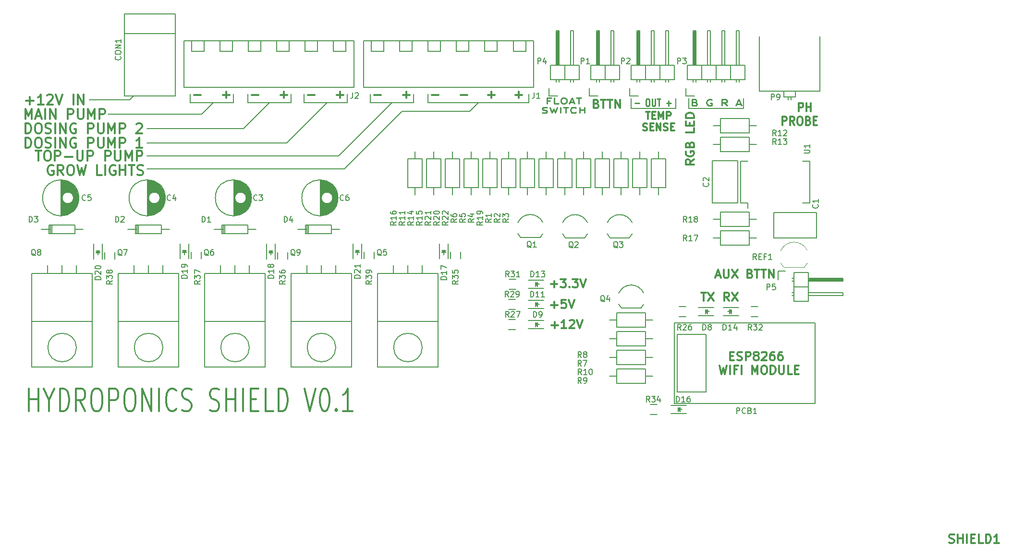
<source format=gbr>
G04 #@! TF.FileFunction,Legend,Top*
%FSLAX46Y46*%
G04 Gerber Fmt 4.6, Leading zero omitted, Abs format (unit mm)*
G04 Created by KiCad (PCBNEW 4.0.2+dfsg1-stable) date Wed 09 May 2018 03:43:37 PM EDT*
%MOMM*%
G01*
G04 APERTURE LIST*
%ADD10C,0.100000*%
%ADD11C,0.200000*%
%ADD12C,0.300000*%
%ADD13C,0.275000*%
%ADD14C,0.250000*%
%ADD15C,0.150000*%
%ADD16C,0.120000*%
%ADD17C,0.304800*%
G04 APERTURE END LIST*
D10*
D11*
X92710000Y-72644000D02*
X94234000Y-71120000D01*
X80772000Y-72644000D02*
X92710000Y-72644000D01*
X70612000Y-82804000D02*
X80772000Y-72644000D01*
X35814000Y-82804000D02*
X70612000Y-82804000D01*
X69596000Y-80518000D02*
X78994000Y-71120000D01*
X35814000Y-80518000D02*
X69596000Y-80518000D01*
X60452000Y-78232000D02*
X67564000Y-71120000D01*
X35814000Y-78232000D02*
X60452000Y-78232000D01*
X52832000Y-75692000D02*
X57404000Y-71120000D01*
X35814000Y-75692000D02*
X52832000Y-75692000D01*
X45466000Y-73152000D02*
X47498000Y-71120000D01*
X28956000Y-73152000D02*
X45466000Y-73152000D01*
X32766000Y-70612000D02*
X33528000Y-69850000D01*
X25654000Y-70612000D02*
X32766000Y-70612000D01*
D12*
X75882572Y-69703143D02*
X77025429Y-69703143D01*
X69278572Y-69703143D02*
X70421429Y-69703143D01*
X69850000Y-70274571D02*
X69850000Y-69131714D01*
X138549716Y-115786857D02*
X139049716Y-115786857D01*
X139264002Y-116572571D02*
X138549716Y-116572571D01*
X138549716Y-115072571D01*
X139264002Y-115072571D01*
X139835430Y-116501143D02*
X140049716Y-116572571D01*
X140406859Y-116572571D01*
X140549716Y-116501143D01*
X140621145Y-116429714D01*
X140692573Y-116286857D01*
X140692573Y-116144000D01*
X140621145Y-116001143D01*
X140549716Y-115929714D01*
X140406859Y-115858286D01*
X140121145Y-115786857D01*
X139978287Y-115715429D01*
X139906859Y-115644000D01*
X139835430Y-115501143D01*
X139835430Y-115358286D01*
X139906859Y-115215429D01*
X139978287Y-115144000D01*
X140121145Y-115072571D01*
X140478287Y-115072571D01*
X140692573Y-115144000D01*
X141335430Y-116572571D02*
X141335430Y-115072571D01*
X141906858Y-115072571D01*
X142049716Y-115144000D01*
X142121144Y-115215429D01*
X142192573Y-115358286D01*
X142192573Y-115572571D01*
X142121144Y-115715429D01*
X142049716Y-115786857D01*
X141906858Y-115858286D01*
X141335430Y-115858286D01*
X143049716Y-115715429D02*
X142906858Y-115644000D01*
X142835430Y-115572571D01*
X142764001Y-115429714D01*
X142764001Y-115358286D01*
X142835430Y-115215429D01*
X142906858Y-115144000D01*
X143049716Y-115072571D01*
X143335430Y-115072571D01*
X143478287Y-115144000D01*
X143549716Y-115215429D01*
X143621144Y-115358286D01*
X143621144Y-115429714D01*
X143549716Y-115572571D01*
X143478287Y-115644000D01*
X143335430Y-115715429D01*
X143049716Y-115715429D01*
X142906858Y-115786857D01*
X142835430Y-115858286D01*
X142764001Y-116001143D01*
X142764001Y-116286857D01*
X142835430Y-116429714D01*
X142906858Y-116501143D01*
X143049716Y-116572571D01*
X143335430Y-116572571D01*
X143478287Y-116501143D01*
X143549716Y-116429714D01*
X143621144Y-116286857D01*
X143621144Y-116001143D01*
X143549716Y-115858286D01*
X143478287Y-115786857D01*
X143335430Y-115715429D01*
X144192572Y-115215429D02*
X144264001Y-115144000D01*
X144406858Y-115072571D01*
X144764001Y-115072571D01*
X144906858Y-115144000D01*
X144978287Y-115215429D01*
X145049715Y-115358286D01*
X145049715Y-115501143D01*
X144978287Y-115715429D01*
X144121144Y-116572571D01*
X145049715Y-116572571D01*
X146335429Y-115072571D02*
X146049715Y-115072571D01*
X145906858Y-115144000D01*
X145835429Y-115215429D01*
X145692572Y-115429714D01*
X145621143Y-115715429D01*
X145621143Y-116286857D01*
X145692572Y-116429714D01*
X145764000Y-116501143D01*
X145906858Y-116572571D01*
X146192572Y-116572571D01*
X146335429Y-116501143D01*
X146406858Y-116429714D01*
X146478286Y-116286857D01*
X146478286Y-115929714D01*
X146406858Y-115786857D01*
X146335429Y-115715429D01*
X146192572Y-115644000D01*
X145906858Y-115644000D01*
X145764000Y-115715429D01*
X145692572Y-115786857D01*
X145621143Y-115929714D01*
X147764000Y-115072571D02*
X147478286Y-115072571D01*
X147335429Y-115144000D01*
X147264000Y-115215429D01*
X147121143Y-115429714D01*
X147049714Y-115715429D01*
X147049714Y-116286857D01*
X147121143Y-116429714D01*
X147192571Y-116501143D01*
X147335429Y-116572571D01*
X147621143Y-116572571D01*
X147764000Y-116501143D01*
X147835429Y-116429714D01*
X147906857Y-116286857D01*
X147906857Y-115929714D01*
X147835429Y-115786857D01*
X147764000Y-115715429D01*
X147621143Y-115644000D01*
X147335429Y-115644000D01*
X147192571Y-115715429D01*
X147121143Y-115786857D01*
X147049714Y-115929714D01*
X136728285Y-117472571D02*
X137085428Y-118972571D01*
X137371142Y-117901143D01*
X137656856Y-118972571D01*
X138013999Y-117472571D01*
X138585428Y-118972571D02*
X138585428Y-117472571D01*
X139799714Y-118186857D02*
X139299714Y-118186857D01*
X139299714Y-118972571D02*
X139299714Y-117472571D01*
X140014000Y-117472571D01*
X140585428Y-118972571D02*
X140585428Y-117472571D01*
X142442571Y-118972571D02*
X142442571Y-117472571D01*
X142942571Y-118544000D01*
X143442571Y-117472571D01*
X143442571Y-118972571D01*
X144442571Y-117472571D02*
X144728285Y-117472571D01*
X144871143Y-117544000D01*
X145014000Y-117686857D01*
X145085428Y-117972571D01*
X145085428Y-118472571D01*
X145014000Y-118758286D01*
X144871143Y-118901143D01*
X144728285Y-118972571D01*
X144442571Y-118972571D01*
X144299714Y-118901143D01*
X144156857Y-118758286D01*
X144085428Y-118472571D01*
X144085428Y-117972571D01*
X144156857Y-117686857D01*
X144299714Y-117544000D01*
X144442571Y-117472571D01*
X145728286Y-118972571D02*
X145728286Y-117472571D01*
X146085429Y-117472571D01*
X146299714Y-117544000D01*
X146442572Y-117686857D01*
X146514000Y-117829714D01*
X146585429Y-118115429D01*
X146585429Y-118329714D01*
X146514000Y-118615429D01*
X146442572Y-118758286D01*
X146299714Y-118901143D01*
X146085429Y-118972571D01*
X145728286Y-118972571D01*
X147228286Y-117472571D02*
X147228286Y-118686857D01*
X147299714Y-118829714D01*
X147371143Y-118901143D01*
X147514000Y-118972571D01*
X147799714Y-118972571D01*
X147942572Y-118901143D01*
X148014000Y-118829714D01*
X148085429Y-118686857D01*
X148085429Y-117472571D01*
X149514001Y-118972571D02*
X148799715Y-118972571D01*
X148799715Y-117472571D01*
X150014001Y-118186857D02*
X150514001Y-118186857D01*
X150728287Y-118972571D02*
X150014001Y-118972571D01*
X150014001Y-117472571D01*
X150728287Y-117472571D01*
X138434001Y-106088571D02*
X137934001Y-105374286D01*
X137576858Y-106088571D02*
X137576858Y-104588571D01*
X138148286Y-104588571D01*
X138291144Y-104660000D01*
X138362572Y-104731429D01*
X138434001Y-104874286D01*
X138434001Y-105088571D01*
X138362572Y-105231429D01*
X138291144Y-105302857D01*
X138148286Y-105374286D01*
X137576858Y-105374286D01*
X138934001Y-104588571D02*
X139934001Y-106088571D01*
X139934001Y-104588571D02*
X138934001Y-106088571D01*
X133477143Y-104588571D02*
X134334286Y-104588571D01*
X133905715Y-106088571D02*
X133905715Y-104588571D01*
X134691429Y-104588571D02*
X135691429Y-106088571D01*
X135691429Y-104588571D02*
X134691429Y-106088571D01*
X107085144Y-110343143D02*
X108228001Y-110343143D01*
X107656572Y-110914571D02*
X107656572Y-109771714D01*
X109728001Y-110914571D02*
X108870858Y-110914571D01*
X109299430Y-110914571D02*
X109299430Y-109414571D01*
X109156573Y-109628857D01*
X109013715Y-109771714D01*
X108870858Y-109843143D01*
X110299429Y-109557429D02*
X110370858Y-109486000D01*
X110513715Y-109414571D01*
X110870858Y-109414571D01*
X111013715Y-109486000D01*
X111085144Y-109557429D01*
X111156572Y-109700286D01*
X111156572Y-109843143D01*
X111085144Y-110057429D01*
X110228001Y-110914571D01*
X111156572Y-110914571D01*
X111585143Y-109414571D02*
X112085143Y-110914571D01*
X112585143Y-109414571D01*
X107037429Y-106787143D02*
X108180286Y-106787143D01*
X107608857Y-107358571D02*
X107608857Y-106215714D01*
X109608858Y-105858571D02*
X108894572Y-105858571D01*
X108823143Y-106572857D01*
X108894572Y-106501429D01*
X109037429Y-106430000D01*
X109394572Y-106430000D01*
X109537429Y-106501429D01*
X109608858Y-106572857D01*
X109680286Y-106715714D01*
X109680286Y-107072857D01*
X109608858Y-107215714D01*
X109537429Y-107287143D01*
X109394572Y-107358571D01*
X109037429Y-107358571D01*
X108894572Y-107287143D01*
X108823143Y-107215714D01*
X110108857Y-105858571D02*
X110608857Y-107358571D01*
X111108857Y-105858571D01*
X106982001Y-103129543D02*
X108124858Y-103129543D01*
X107553429Y-103700971D02*
X107553429Y-102558114D01*
X108696287Y-102200971D02*
X109624858Y-102200971D01*
X109124858Y-102772400D01*
X109339144Y-102772400D01*
X109482001Y-102843829D01*
X109553430Y-102915257D01*
X109624858Y-103058114D01*
X109624858Y-103415257D01*
X109553430Y-103558114D01*
X109482001Y-103629543D01*
X109339144Y-103700971D01*
X108910572Y-103700971D01*
X108767715Y-103629543D01*
X108696287Y-103558114D01*
X110267715Y-103558114D02*
X110339143Y-103629543D01*
X110267715Y-103700971D01*
X110196286Y-103629543D01*
X110267715Y-103558114D01*
X110267715Y-103700971D01*
X110839144Y-102200971D02*
X111767715Y-102200971D01*
X111267715Y-102772400D01*
X111482001Y-102772400D01*
X111624858Y-102843829D01*
X111696287Y-102915257D01*
X111767715Y-103058114D01*
X111767715Y-103415257D01*
X111696287Y-103558114D01*
X111624858Y-103629543D01*
X111482001Y-103700971D01*
X111053429Y-103700971D01*
X110910572Y-103629543D01*
X110839144Y-103558114D01*
X112196286Y-102200971D02*
X112696286Y-103700971D01*
X113196286Y-102200971D01*
X19253334Y-82183000D02*
X19086668Y-82099667D01*
X18836668Y-82099667D01*
X18586668Y-82183000D01*
X18420001Y-82349667D01*
X18336668Y-82516333D01*
X18253334Y-82849667D01*
X18253334Y-83099667D01*
X18336668Y-83433000D01*
X18420001Y-83599667D01*
X18586668Y-83766333D01*
X18836668Y-83849667D01*
X19003334Y-83849667D01*
X19253334Y-83766333D01*
X19336668Y-83683000D01*
X19336668Y-83099667D01*
X19003334Y-83099667D01*
X21086668Y-83849667D02*
X20503334Y-83016333D01*
X20086668Y-83849667D02*
X20086668Y-82099667D01*
X20753334Y-82099667D01*
X20920001Y-82183000D01*
X21003334Y-82266333D01*
X21086668Y-82433000D01*
X21086668Y-82683000D01*
X21003334Y-82849667D01*
X20920001Y-82933000D01*
X20753334Y-83016333D01*
X20086668Y-83016333D01*
X22170001Y-82099667D02*
X22503334Y-82099667D01*
X22670001Y-82183000D01*
X22836668Y-82349667D01*
X22920001Y-82683000D01*
X22920001Y-83266333D01*
X22836668Y-83599667D01*
X22670001Y-83766333D01*
X22503334Y-83849667D01*
X22170001Y-83849667D01*
X22003334Y-83766333D01*
X21836668Y-83599667D01*
X21753334Y-83266333D01*
X21753334Y-82683000D01*
X21836668Y-82349667D01*
X22003334Y-82183000D01*
X22170001Y-82099667D01*
X23503334Y-82099667D02*
X23920001Y-83849667D01*
X24253334Y-82599667D01*
X24586667Y-83849667D01*
X25003334Y-82099667D01*
X27836667Y-83849667D02*
X27003334Y-83849667D01*
X27003334Y-82099667D01*
X28420001Y-83849667D02*
X28420001Y-82099667D01*
X30170000Y-82183000D02*
X30003334Y-82099667D01*
X29753334Y-82099667D01*
X29503334Y-82183000D01*
X29336667Y-82349667D01*
X29253334Y-82516333D01*
X29170000Y-82849667D01*
X29170000Y-83099667D01*
X29253334Y-83433000D01*
X29336667Y-83599667D01*
X29503334Y-83766333D01*
X29753334Y-83849667D01*
X29920000Y-83849667D01*
X30170000Y-83766333D01*
X30253334Y-83683000D01*
X30253334Y-83099667D01*
X29920000Y-83099667D01*
X31003334Y-83849667D02*
X31003334Y-82099667D01*
X31003334Y-82933000D02*
X32003334Y-82933000D01*
X32003334Y-83849667D02*
X32003334Y-82099667D01*
X32586667Y-82099667D02*
X33586667Y-82099667D01*
X33086667Y-83849667D02*
X33086667Y-82099667D01*
X34086666Y-83766333D02*
X34336666Y-83849667D01*
X34753333Y-83849667D01*
X34920000Y-83766333D01*
X35003333Y-83683000D01*
X35086666Y-83516333D01*
X35086666Y-83349667D01*
X35003333Y-83183000D01*
X34920000Y-83099667D01*
X34753333Y-83016333D01*
X34420000Y-82933000D01*
X34253333Y-82849667D01*
X34170000Y-82766333D01*
X34086666Y-82599667D01*
X34086666Y-82433000D01*
X34170000Y-82266333D01*
X34253333Y-82183000D01*
X34420000Y-82099667D01*
X34836666Y-82099667D01*
X35086666Y-82183000D01*
X16154001Y-79559667D02*
X17154001Y-79559667D01*
X16654001Y-81309667D02*
X16654001Y-79559667D01*
X18070667Y-79559667D02*
X18404000Y-79559667D01*
X18570667Y-79643000D01*
X18737334Y-79809667D01*
X18820667Y-80143000D01*
X18820667Y-80726333D01*
X18737334Y-81059667D01*
X18570667Y-81226333D01*
X18404000Y-81309667D01*
X18070667Y-81309667D01*
X17904000Y-81226333D01*
X17737334Y-81059667D01*
X17654000Y-80726333D01*
X17654000Y-80143000D01*
X17737334Y-79809667D01*
X17904000Y-79643000D01*
X18070667Y-79559667D01*
X19570667Y-81309667D02*
X19570667Y-79559667D01*
X20237333Y-79559667D01*
X20404000Y-79643000D01*
X20487333Y-79726333D01*
X20570667Y-79893000D01*
X20570667Y-80143000D01*
X20487333Y-80309667D01*
X20404000Y-80393000D01*
X20237333Y-80476333D01*
X19570667Y-80476333D01*
X21320667Y-80643000D02*
X22654000Y-80643000D01*
X23487334Y-79559667D02*
X23487334Y-80976333D01*
X23570667Y-81143000D01*
X23654000Y-81226333D01*
X23820667Y-81309667D01*
X24154000Y-81309667D01*
X24320667Y-81226333D01*
X24404000Y-81143000D01*
X24487334Y-80976333D01*
X24487334Y-79559667D01*
X25320667Y-81309667D02*
X25320667Y-79559667D01*
X25987333Y-79559667D01*
X26154000Y-79643000D01*
X26237333Y-79726333D01*
X26320667Y-79893000D01*
X26320667Y-80143000D01*
X26237333Y-80309667D01*
X26154000Y-80393000D01*
X25987333Y-80476333D01*
X25320667Y-80476333D01*
X28404000Y-81309667D02*
X28404000Y-79559667D01*
X29070666Y-79559667D01*
X29237333Y-79643000D01*
X29320666Y-79726333D01*
X29404000Y-79893000D01*
X29404000Y-80143000D01*
X29320666Y-80309667D01*
X29237333Y-80393000D01*
X29070666Y-80476333D01*
X28404000Y-80476333D01*
X30154000Y-79559667D02*
X30154000Y-80976333D01*
X30237333Y-81143000D01*
X30320666Y-81226333D01*
X30487333Y-81309667D01*
X30820666Y-81309667D01*
X30987333Y-81226333D01*
X31070666Y-81143000D01*
X31154000Y-80976333D01*
X31154000Y-79559667D01*
X31987333Y-81309667D02*
X31987333Y-79559667D01*
X32570666Y-80809667D01*
X33153999Y-79559667D01*
X33153999Y-81309667D01*
X33987333Y-81309667D02*
X33987333Y-79559667D01*
X34653999Y-79559667D01*
X34820666Y-79643000D01*
X34903999Y-79726333D01*
X34987333Y-79893000D01*
X34987333Y-80143000D01*
X34903999Y-80309667D01*
X34820666Y-80393000D01*
X34653999Y-80476333D01*
X33987333Y-80476333D01*
D11*
X103124000Y-71120000D02*
X85344000Y-71120000D01*
X85344000Y-71120000D02*
X85344000Y-69596000D01*
X82804000Y-71120000D02*
X82804000Y-69596000D01*
X75184000Y-69596000D02*
X75184000Y-71120000D01*
X75184000Y-71120000D02*
X82804000Y-71120000D01*
D12*
X80962572Y-69703143D02*
X82105429Y-69703143D01*
X81534000Y-70274571D02*
X81534000Y-69131714D01*
X136116857Y-101596000D02*
X136831143Y-101596000D01*
X135974000Y-102024571D02*
X136474000Y-100524571D01*
X136974000Y-102024571D01*
X137474000Y-100524571D02*
X137474000Y-101738857D01*
X137545428Y-101881714D01*
X137616857Y-101953143D01*
X137759714Y-102024571D01*
X138045428Y-102024571D01*
X138188286Y-101953143D01*
X138259714Y-101881714D01*
X138331143Y-101738857D01*
X138331143Y-100524571D01*
X138902572Y-100524571D02*
X139902572Y-102024571D01*
X139902572Y-100524571D02*
X138902572Y-102024571D01*
X142116857Y-101238857D02*
X142331143Y-101310286D01*
X142402571Y-101381714D01*
X142474000Y-101524571D01*
X142474000Y-101738857D01*
X142402571Y-101881714D01*
X142331143Y-101953143D01*
X142188285Y-102024571D01*
X141616857Y-102024571D01*
X141616857Y-100524571D01*
X142116857Y-100524571D01*
X142259714Y-100596000D01*
X142331143Y-100667429D01*
X142402571Y-100810286D01*
X142402571Y-100953143D01*
X142331143Y-101096000D01*
X142259714Y-101167429D01*
X142116857Y-101238857D01*
X141616857Y-101238857D01*
X142902571Y-100524571D02*
X143759714Y-100524571D01*
X143331143Y-102024571D02*
X143331143Y-100524571D01*
X144045428Y-100524571D02*
X144902571Y-100524571D01*
X144474000Y-102024571D02*
X144474000Y-100524571D01*
X145402571Y-102024571D02*
X145402571Y-100524571D01*
X146259714Y-102024571D01*
X146259714Y-100524571D01*
X150706572Y-72630571D02*
X150706572Y-71130571D01*
X151220857Y-71130571D01*
X151349429Y-71202000D01*
X151413714Y-71273429D01*
X151478000Y-71416286D01*
X151478000Y-71630571D01*
X151413714Y-71773429D01*
X151349429Y-71844857D01*
X151220857Y-71916286D01*
X150706572Y-71916286D01*
X152056572Y-72630571D02*
X152056572Y-71130571D01*
X152056572Y-71844857D02*
X152828000Y-71844857D01*
X152828000Y-72630571D02*
X152828000Y-71130571D01*
X147813714Y-75030571D02*
X147813714Y-73530571D01*
X148327999Y-73530571D01*
X148456571Y-73602000D01*
X148520856Y-73673429D01*
X148585142Y-73816286D01*
X148585142Y-74030571D01*
X148520856Y-74173429D01*
X148456571Y-74244857D01*
X148327999Y-74316286D01*
X147813714Y-74316286D01*
X149935142Y-75030571D02*
X149485142Y-74316286D01*
X149163714Y-75030571D02*
X149163714Y-73530571D01*
X149677999Y-73530571D01*
X149806571Y-73602000D01*
X149870856Y-73673429D01*
X149935142Y-73816286D01*
X149935142Y-74030571D01*
X149870856Y-74173429D01*
X149806571Y-74244857D01*
X149677999Y-74316286D01*
X149163714Y-74316286D01*
X150770856Y-73530571D02*
X151027999Y-73530571D01*
X151156571Y-73602000D01*
X151285142Y-73744857D01*
X151349428Y-74030571D01*
X151349428Y-74530571D01*
X151285142Y-74816286D01*
X151156571Y-74959143D01*
X151027999Y-75030571D01*
X150770856Y-75030571D01*
X150642285Y-74959143D01*
X150513714Y-74816286D01*
X150449428Y-74530571D01*
X150449428Y-74030571D01*
X150513714Y-73744857D01*
X150642285Y-73602000D01*
X150770856Y-73530571D01*
X152378000Y-74244857D02*
X152570857Y-74316286D01*
X152635142Y-74387714D01*
X152699428Y-74530571D01*
X152699428Y-74744857D01*
X152635142Y-74887714D01*
X152570857Y-74959143D01*
X152442285Y-75030571D01*
X151928000Y-75030571D01*
X151928000Y-73530571D01*
X152378000Y-73530571D01*
X152506571Y-73602000D01*
X152570857Y-73673429D01*
X152635142Y-73816286D01*
X152635142Y-73959143D01*
X152570857Y-74102000D01*
X152506571Y-74173429D01*
X152378000Y-74244857D01*
X151928000Y-74244857D01*
X153278000Y-74244857D02*
X153728000Y-74244857D01*
X153920857Y-75030571D02*
X153278000Y-75030571D01*
X153278000Y-73530571D01*
X153920857Y-73530571D01*
X132250571Y-81112857D02*
X131536286Y-81612857D01*
X132250571Y-81970000D02*
X130750571Y-81970000D01*
X130750571Y-81398572D01*
X130822000Y-81255714D01*
X130893429Y-81184286D01*
X131036286Y-81112857D01*
X131250571Y-81112857D01*
X131393429Y-81184286D01*
X131464857Y-81255714D01*
X131536286Y-81398572D01*
X131536286Y-81970000D01*
X130822000Y-79684286D02*
X130750571Y-79827143D01*
X130750571Y-80041429D01*
X130822000Y-80255714D01*
X130964857Y-80398572D01*
X131107714Y-80470000D01*
X131393429Y-80541429D01*
X131607714Y-80541429D01*
X131893429Y-80470000D01*
X132036286Y-80398572D01*
X132179143Y-80255714D01*
X132250571Y-80041429D01*
X132250571Y-79898572D01*
X132179143Y-79684286D01*
X132107714Y-79612857D01*
X131607714Y-79612857D01*
X131607714Y-79898572D01*
X131464857Y-78470000D02*
X131536286Y-78255714D01*
X131607714Y-78184286D01*
X131750571Y-78112857D01*
X131964857Y-78112857D01*
X132107714Y-78184286D01*
X132179143Y-78255714D01*
X132250571Y-78398572D01*
X132250571Y-78970000D01*
X130750571Y-78970000D01*
X130750571Y-78470000D01*
X130822000Y-78327143D01*
X130893429Y-78255714D01*
X131036286Y-78184286D01*
X131179143Y-78184286D01*
X131322000Y-78255714D01*
X131393429Y-78327143D01*
X131464857Y-78470000D01*
X131464857Y-78970000D01*
X132250571Y-75612857D02*
X132250571Y-76327143D01*
X130750571Y-76327143D01*
X131464857Y-75112857D02*
X131464857Y-74612857D01*
X132250571Y-74398571D02*
X132250571Y-75112857D01*
X130750571Y-75112857D01*
X130750571Y-74398571D01*
X132250571Y-73755714D02*
X130750571Y-73755714D01*
X130750571Y-73398571D01*
X130822000Y-73184286D01*
X130964857Y-73041428D01*
X131107714Y-72970000D01*
X131393429Y-72898571D01*
X131607714Y-72898571D01*
X131893429Y-72970000D01*
X132036286Y-73041428D01*
X132179143Y-73184286D01*
X132250571Y-73398571D01*
X132250571Y-73755714D01*
X123722096Y-72712476D02*
X124436381Y-72712476D01*
X124079238Y-73962476D02*
X124079238Y-72712476D01*
X124853048Y-73307714D02*
X125269715Y-73307714D01*
X125448286Y-73962476D02*
X124853048Y-73962476D01*
X124853048Y-72712476D01*
X125448286Y-72712476D01*
X125984000Y-73962476D02*
X125984000Y-72712476D01*
X126400667Y-73605333D01*
X126817333Y-72712476D01*
X126817333Y-73962476D01*
X127412571Y-73962476D02*
X127412571Y-72712476D01*
X127888762Y-72712476D01*
X128007809Y-72772000D01*
X128067333Y-72831524D01*
X128126857Y-72950571D01*
X128126857Y-73129143D01*
X128067333Y-73248190D01*
X128007809Y-73307714D01*
X127888762Y-73367238D01*
X127412571Y-73367238D01*
X123245905Y-75952952D02*
X123424477Y-76012476D01*
X123722096Y-76012476D01*
X123841143Y-75952952D01*
X123900667Y-75893429D01*
X123960191Y-75774381D01*
X123960191Y-75655333D01*
X123900667Y-75536286D01*
X123841143Y-75476762D01*
X123722096Y-75417238D01*
X123484000Y-75357714D01*
X123364953Y-75298190D01*
X123305429Y-75238667D01*
X123245905Y-75119619D01*
X123245905Y-75000571D01*
X123305429Y-74881524D01*
X123364953Y-74822000D01*
X123484000Y-74762476D01*
X123781620Y-74762476D01*
X123960191Y-74822000D01*
X124495905Y-75357714D02*
X124912572Y-75357714D01*
X125091143Y-76012476D02*
X124495905Y-76012476D01*
X124495905Y-74762476D01*
X125091143Y-74762476D01*
X125626857Y-76012476D02*
X125626857Y-74762476D01*
X126341143Y-76012476D01*
X126341143Y-74762476D01*
X126876857Y-75952952D02*
X127055429Y-76012476D01*
X127353048Y-76012476D01*
X127472095Y-75952952D01*
X127531619Y-75893429D01*
X127591143Y-75774381D01*
X127591143Y-75655333D01*
X127531619Y-75536286D01*
X127472095Y-75476762D01*
X127353048Y-75417238D01*
X127114952Y-75357714D01*
X126995905Y-75298190D01*
X126936381Y-75238667D01*
X126876857Y-75119619D01*
X126876857Y-75000571D01*
X126936381Y-74881524D01*
X126995905Y-74822000D01*
X127114952Y-74762476D01*
X127412572Y-74762476D01*
X127591143Y-74822000D01*
X128126857Y-75357714D02*
X128543524Y-75357714D01*
X128722095Y-76012476D02*
X128126857Y-76012476D01*
X128126857Y-74762476D01*
X128722095Y-74762476D01*
D11*
X140970000Y-72136000D02*
X140970000Y-70358000D01*
X131318000Y-72136000D02*
X140970000Y-72136000D01*
X131318000Y-70358000D02*
X131318000Y-72136000D01*
D13*
X132394001Y-71041429D02*
X132608287Y-71093810D01*
X132679715Y-71146190D01*
X132751144Y-71250952D01*
X132751144Y-71408095D01*
X132679715Y-71512857D01*
X132608287Y-71565238D01*
X132465429Y-71617619D01*
X131894001Y-71617619D01*
X131894001Y-70517619D01*
X132394001Y-70517619D01*
X132536858Y-70570000D01*
X132608287Y-70622381D01*
X132679715Y-70727143D01*
X132679715Y-70831905D01*
X132608287Y-70936667D01*
X132536858Y-70989048D01*
X132394001Y-71041429D01*
X131894001Y-71041429D01*
X135322572Y-70570000D02*
X135179715Y-70517619D01*
X134965429Y-70517619D01*
X134751144Y-70570000D01*
X134608286Y-70674762D01*
X134536858Y-70779524D01*
X134465429Y-70989048D01*
X134465429Y-71146190D01*
X134536858Y-71355714D01*
X134608286Y-71460476D01*
X134751144Y-71565238D01*
X134965429Y-71617619D01*
X135108286Y-71617619D01*
X135322572Y-71565238D01*
X135394001Y-71512857D01*
X135394001Y-71146190D01*
X135108286Y-71146190D01*
X138036858Y-71617619D02*
X137536858Y-71093810D01*
X137179715Y-71617619D02*
X137179715Y-70517619D01*
X137751143Y-70517619D01*
X137894001Y-70570000D01*
X137965429Y-70622381D01*
X138036858Y-70727143D01*
X138036858Y-70884286D01*
X137965429Y-70989048D01*
X137894001Y-71041429D01*
X137751143Y-71093810D01*
X137179715Y-71093810D01*
X139751143Y-71303333D02*
X140465429Y-71303333D01*
X139608286Y-71617619D02*
X140108286Y-70517619D01*
X140608286Y-71617619D01*
D11*
X129032000Y-72136000D02*
X129032000Y-70358000D01*
X121158000Y-72136000D02*
X129032000Y-72136000D01*
X121158000Y-70358000D02*
X121158000Y-72136000D01*
D14*
X121777524Y-71209286D02*
X122539429Y-71209286D01*
X123968000Y-70435476D02*
X124158477Y-70435476D01*
X124253715Y-70495000D01*
X124348953Y-70614048D01*
X124396572Y-70852143D01*
X124396572Y-71268810D01*
X124348953Y-71506905D01*
X124253715Y-71625952D01*
X124158477Y-71685476D01*
X123968000Y-71685476D01*
X123872762Y-71625952D01*
X123777524Y-71506905D01*
X123729905Y-71268810D01*
X123729905Y-70852143D01*
X123777524Y-70614048D01*
X123872762Y-70495000D01*
X123968000Y-70435476D01*
X124825143Y-70435476D02*
X124825143Y-71447381D01*
X124872762Y-71566429D01*
X124920381Y-71625952D01*
X125015619Y-71685476D01*
X125206096Y-71685476D01*
X125301334Y-71625952D01*
X125348953Y-71566429D01*
X125396572Y-71447381D01*
X125396572Y-70435476D01*
X125729905Y-70435476D02*
X126301334Y-70435476D01*
X126015619Y-71685476D02*
X126015619Y-70435476D01*
X127396572Y-71209286D02*
X128158477Y-71209286D01*
X127777525Y-71685476D02*
X127777525Y-70733095D01*
D12*
X115018572Y-71266857D02*
X115232858Y-71338286D01*
X115304286Y-71409714D01*
X115375715Y-71552571D01*
X115375715Y-71766857D01*
X115304286Y-71909714D01*
X115232858Y-71981143D01*
X115090000Y-72052571D01*
X114518572Y-72052571D01*
X114518572Y-70552571D01*
X115018572Y-70552571D01*
X115161429Y-70624000D01*
X115232858Y-70695429D01*
X115304286Y-70838286D01*
X115304286Y-70981143D01*
X115232858Y-71124000D01*
X115161429Y-71195429D01*
X115018572Y-71266857D01*
X114518572Y-71266857D01*
X115804286Y-70552571D02*
X116661429Y-70552571D01*
X116232858Y-72052571D02*
X116232858Y-70552571D01*
X116947143Y-70552571D02*
X117804286Y-70552571D01*
X117375715Y-72052571D02*
X117375715Y-70552571D01*
X118304286Y-72052571D02*
X118304286Y-70552571D01*
X119161429Y-72052571D01*
X119161429Y-70552571D01*
D14*
X106827143Y-70731571D02*
X106327143Y-70731571D01*
X106327143Y-71255381D02*
X106327143Y-70255381D01*
X107041429Y-70255381D01*
X108327143Y-71255381D02*
X107612857Y-71255381D01*
X107612857Y-70255381D01*
X109112857Y-70255381D02*
X109398571Y-70255381D01*
X109541429Y-70303000D01*
X109684286Y-70398238D01*
X109755714Y-70588714D01*
X109755714Y-70922048D01*
X109684286Y-71112524D01*
X109541429Y-71207762D01*
X109398571Y-71255381D01*
X109112857Y-71255381D01*
X108970000Y-71207762D01*
X108827143Y-71112524D01*
X108755714Y-70922048D01*
X108755714Y-70588714D01*
X108827143Y-70398238D01*
X108970000Y-70303000D01*
X109112857Y-70255381D01*
X110327143Y-70969667D02*
X111041429Y-70969667D01*
X110184286Y-71255381D02*
X110684286Y-70255381D01*
X111184286Y-71255381D01*
X111470000Y-70255381D02*
X112327143Y-70255381D01*
X111898572Y-71255381D02*
X111898572Y-70255381D01*
X105470000Y-72857762D02*
X105684286Y-72905381D01*
X106041429Y-72905381D01*
X106184286Y-72857762D01*
X106255715Y-72810143D01*
X106327143Y-72714905D01*
X106327143Y-72619667D01*
X106255715Y-72524429D01*
X106184286Y-72476810D01*
X106041429Y-72429190D01*
X105755715Y-72381571D01*
X105612857Y-72333952D01*
X105541429Y-72286333D01*
X105470000Y-72191095D01*
X105470000Y-72095857D01*
X105541429Y-72000619D01*
X105612857Y-71953000D01*
X105755715Y-71905381D01*
X106112857Y-71905381D01*
X106327143Y-71953000D01*
X106827143Y-71905381D02*
X107184286Y-72905381D01*
X107470000Y-72191095D01*
X107755714Y-72905381D01*
X108112857Y-71905381D01*
X108684286Y-72905381D02*
X108684286Y-71905381D01*
X109184286Y-71905381D02*
X110041429Y-71905381D01*
X109612858Y-72905381D02*
X109612858Y-71905381D01*
X111398572Y-72810143D02*
X111327143Y-72857762D01*
X111112857Y-72905381D01*
X110970000Y-72905381D01*
X110755715Y-72857762D01*
X110612857Y-72762524D01*
X110541429Y-72667286D01*
X110470000Y-72476810D01*
X110470000Y-72333952D01*
X110541429Y-72143476D01*
X110612857Y-72048238D01*
X110755715Y-71953000D01*
X110970000Y-71905381D01*
X111112857Y-71905381D01*
X111327143Y-71953000D01*
X111398572Y-72000619D01*
X112041429Y-72905381D02*
X112041429Y-71905381D01*
X112041429Y-72381571D02*
X112898572Y-72381571D01*
X112898572Y-72905381D02*
X112898572Y-71905381D01*
D12*
X15001857Y-125507524D02*
X15001857Y-121507524D01*
X15001857Y-123412286D02*
X16630429Y-123412286D01*
X16630429Y-125507524D02*
X16630429Y-121507524D01*
X18530429Y-123602762D02*
X18530429Y-125507524D01*
X17580429Y-121507524D02*
X18530429Y-123602762D01*
X19480429Y-121507524D01*
X20430428Y-125507524D02*
X20430428Y-121507524D01*
X21109000Y-121507524D01*
X21516143Y-121698000D01*
X21787571Y-122078952D01*
X21923286Y-122459905D01*
X22059000Y-123221810D01*
X22059000Y-123793238D01*
X21923286Y-124555143D01*
X21787571Y-124936095D01*
X21516143Y-125317048D01*
X21109000Y-125507524D01*
X20430428Y-125507524D01*
X24909000Y-125507524D02*
X23959000Y-123602762D01*
X23280428Y-125507524D02*
X23280428Y-121507524D01*
X24366143Y-121507524D01*
X24637571Y-121698000D01*
X24773286Y-121888476D01*
X24909000Y-122269429D01*
X24909000Y-122840857D01*
X24773286Y-123221810D01*
X24637571Y-123412286D01*
X24366143Y-123602762D01*
X23280428Y-123602762D01*
X26673286Y-121507524D02*
X27216143Y-121507524D01*
X27487571Y-121698000D01*
X27759000Y-122078952D01*
X27894714Y-122840857D01*
X27894714Y-124174190D01*
X27759000Y-124936095D01*
X27487571Y-125317048D01*
X27216143Y-125507524D01*
X26673286Y-125507524D01*
X26401857Y-125317048D01*
X26130428Y-124936095D01*
X25994714Y-124174190D01*
X25994714Y-122840857D01*
X26130428Y-122078952D01*
X26401857Y-121698000D01*
X26673286Y-121507524D01*
X29116142Y-125507524D02*
X29116142Y-121507524D01*
X30201857Y-121507524D01*
X30473285Y-121698000D01*
X30609000Y-121888476D01*
X30744714Y-122269429D01*
X30744714Y-122840857D01*
X30609000Y-123221810D01*
X30473285Y-123412286D01*
X30201857Y-123602762D01*
X29116142Y-123602762D01*
X32509000Y-121507524D02*
X33051857Y-121507524D01*
X33323285Y-121698000D01*
X33594714Y-122078952D01*
X33730428Y-122840857D01*
X33730428Y-124174190D01*
X33594714Y-124936095D01*
X33323285Y-125317048D01*
X33051857Y-125507524D01*
X32509000Y-125507524D01*
X32237571Y-125317048D01*
X31966142Y-124936095D01*
X31830428Y-124174190D01*
X31830428Y-122840857D01*
X31966142Y-122078952D01*
X32237571Y-121698000D01*
X32509000Y-121507524D01*
X34951856Y-125507524D02*
X34951856Y-121507524D01*
X36580428Y-125507524D01*
X36580428Y-121507524D01*
X37937570Y-125507524D02*
X37937570Y-121507524D01*
X40923285Y-125126571D02*
X40787571Y-125317048D01*
X40380428Y-125507524D01*
X40108999Y-125507524D01*
X39701856Y-125317048D01*
X39430428Y-124936095D01*
X39294713Y-124555143D01*
X39158999Y-123793238D01*
X39158999Y-123221810D01*
X39294713Y-122459905D01*
X39430428Y-122078952D01*
X39701856Y-121698000D01*
X40108999Y-121507524D01*
X40380428Y-121507524D01*
X40787571Y-121698000D01*
X40923285Y-121888476D01*
X42008999Y-125317048D02*
X42416142Y-125507524D01*
X43094713Y-125507524D01*
X43366142Y-125317048D01*
X43501856Y-125126571D01*
X43637571Y-124745619D01*
X43637571Y-124364667D01*
X43501856Y-123983714D01*
X43366142Y-123793238D01*
X43094713Y-123602762D01*
X42551856Y-123412286D01*
X42280428Y-123221810D01*
X42144713Y-123031333D01*
X42008999Y-122650381D01*
X42008999Y-122269429D01*
X42144713Y-121888476D01*
X42280428Y-121698000D01*
X42551856Y-121507524D01*
X43230428Y-121507524D01*
X43637571Y-121698000D01*
X46894714Y-125317048D02*
X47301857Y-125507524D01*
X47980428Y-125507524D01*
X48251857Y-125317048D01*
X48387571Y-125126571D01*
X48523286Y-124745619D01*
X48523286Y-124364667D01*
X48387571Y-123983714D01*
X48251857Y-123793238D01*
X47980428Y-123602762D01*
X47437571Y-123412286D01*
X47166143Y-123221810D01*
X47030428Y-123031333D01*
X46894714Y-122650381D01*
X46894714Y-122269429D01*
X47030428Y-121888476D01*
X47166143Y-121698000D01*
X47437571Y-121507524D01*
X48116143Y-121507524D01*
X48523286Y-121698000D01*
X49744714Y-125507524D02*
X49744714Y-121507524D01*
X49744714Y-123412286D02*
X51373286Y-123412286D01*
X51373286Y-125507524D02*
X51373286Y-121507524D01*
X52730428Y-125507524D02*
X52730428Y-121507524D01*
X54087571Y-123412286D02*
X55037571Y-123412286D01*
X55444714Y-125507524D02*
X54087571Y-125507524D01*
X54087571Y-121507524D01*
X55444714Y-121507524D01*
X58023285Y-125507524D02*
X56666142Y-125507524D01*
X56666142Y-121507524D01*
X58973285Y-125507524D02*
X58973285Y-121507524D01*
X59651857Y-121507524D01*
X60059000Y-121698000D01*
X60330428Y-122078952D01*
X60466143Y-122459905D01*
X60601857Y-123221810D01*
X60601857Y-123793238D01*
X60466143Y-124555143D01*
X60330428Y-124936095D01*
X60059000Y-125317048D01*
X59651857Y-125507524D01*
X58973285Y-125507524D01*
X63587572Y-121507524D02*
X64537572Y-125507524D01*
X65487572Y-121507524D01*
X66980429Y-121507524D02*
X67251857Y-121507524D01*
X67523286Y-121698000D01*
X67659000Y-121888476D01*
X67794714Y-122269429D01*
X67930429Y-123031333D01*
X67930429Y-123983714D01*
X67794714Y-124745619D01*
X67659000Y-125126571D01*
X67523286Y-125317048D01*
X67251857Y-125507524D01*
X66980429Y-125507524D01*
X66709000Y-125317048D01*
X66573286Y-125126571D01*
X66437571Y-124745619D01*
X66301857Y-123983714D01*
X66301857Y-123031333D01*
X66437571Y-122269429D01*
X66573286Y-121888476D01*
X66709000Y-121698000D01*
X66980429Y-121507524D01*
X69151857Y-125126571D02*
X69287572Y-125317048D01*
X69151857Y-125507524D01*
X69016143Y-125317048D01*
X69151857Y-125126571D01*
X69151857Y-125507524D01*
X72001858Y-125507524D02*
X70373286Y-125507524D01*
X71187572Y-125507524D02*
X71187572Y-121507524D01*
X70916143Y-122078952D01*
X70644715Y-122459905D01*
X70373286Y-122650381D01*
X14336001Y-73943667D02*
X14336001Y-72193667D01*
X14919334Y-73443667D01*
X15502667Y-72193667D01*
X15502667Y-73943667D01*
X16252667Y-73443667D02*
X17086001Y-73443667D01*
X16086001Y-73943667D02*
X16669334Y-72193667D01*
X17252667Y-73943667D01*
X17836001Y-73943667D02*
X17836001Y-72193667D01*
X18669334Y-73943667D02*
X18669334Y-72193667D01*
X19669334Y-73943667D01*
X19669334Y-72193667D01*
X21836000Y-73943667D02*
X21836000Y-72193667D01*
X22502666Y-72193667D01*
X22669333Y-72277000D01*
X22752666Y-72360333D01*
X22836000Y-72527000D01*
X22836000Y-72777000D01*
X22752666Y-72943667D01*
X22669333Y-73027000D01*
X22502666Y-73110333D01*
X21836000Y-73110333D01*
X23586000Y-72193667D02*
X23586000Y-73610333D01*
X23669333Y-73777000D01*
X23752666Y-73860333D01*
X23919333Y-73943667D01*
X24252666Y-73943667D01*
X24419333Y-73860333D01*
X24502666Y-73777000D01*
X24586000Y-73610333D01*
X24586000Y-72193667D01*
X25419333Y-73943667D02*
X25419333Y-72193667D01*
X26002666Y-73443667D01*
X26585999Y-72193667D01*
X26585999Y-73943667D01*
X27419333Y-73943667D02*
X27419333Y-72193667D01*
X28085999Y-72193667D01*
X28252666Y-72277000D01*
X28335999Y-72360333D01*
X28419333Y-72527000D01*
X28419333Y-72777000D01*
X28335999Y-72943667D01*
X28252666Y-73027000D01*
X28085999Y-73110333D01*
X27419333Y-73110333D01*
X14388001Y-79023667D02*
X14388001Y-77273667D01*
X14804667Y-77273667D01*
X15054667Y-77357000D01*
X15221334Y-77523667D01*
X15304667Y-77690333D01*
X15388001Y-78023667D01*
X15388001Y-78273667D01*
X15304667Y-78607000D01*
X15221334Y-78773667D01*
X15054667Y-78940333D01*
X14804667Y-79023667D01*
X14388001Y-79023667D01*
X16471334Y-77273667D02*
X16804667Y-77273667D01*
X16971334Y-77357000D01*
X17138001Y-77523667D01*
X17221334Y-77857000D01*
X17221334Y-78440333D01*
X17138001Y-78773667D01*
X16971334Y-78940333D01*
X16804667Y-79023667D01*
X16471334Y-79023667D01*
X16304667Y-78940333D01*
X16138001Y-78773667D01*
X16054667Y-78440333D01*
X16054667Y-77857000D01*
X16138001Y-77523667D01*
X16304667Y-77357000D01*
X16471334Y-77273667D01*
X17888000Y-78940333D02*
X18138000Y-79023667D01*
X18554667Y-79023667D01*
X18721334Y-78940333D01*
X18804667Y-78857000D01*
X18888000Y-78690333D01*
X18888000Y-78523667D01*
X18804667Y-78357000D01*
X18721334Y-78273667D01*
X18554667Y-78190333D01*
X18221334Y-78107000D01*
X18054667Y-78023667D01*
X17971334Y-77940333D01*
X17888000Y-77773667D01*
X17888000Y-77607000D01*
X17971334Y-77440333D01*
X18054667Y-77357000D01*
X18221334Y-77273667D01*
X18638000Y-77273667D01*
X18888000Y-77357000D01*
X19638001Y-79023667D02*
X19638001Y-77273667D01*
X20471334Y-79023667D02*
X20471334Y-77273667D01*
X21471334Y-79023667D01*
X21471334Y-77273667D01*
X23221333Y-77357000D02*
X23054667Y-77273667D01*
X22804667Y-77273667D01*
X22554667Y-77357000D01*
X22388000Y-77523667D01*
X22304667Y-77690333D01*
X22221333Y-78023667D01*
X22221333Y-78273667D01*
X22304667Y-78607000D01*
X22388000Y-78773667D01*
X22554667Y-78940333D01*
X22804667Y-79023667D01*
X22971333Y-79023667D01*
X23221333Y-78940333D01*
X23304667Y-78857000D01*
X23304667Y-78273667D01*
X22971333Y-78273667D01*
X25388000Y-79023667D02*
X25388000Y-77273667D01*
X26054666Y-77273667D01*
X26221333Y-77357000D01*
X26304666Y-77440333D01*
X26388000Y-77607000D01*
X26388000Y-77857000D01*
X26304666Y-78023667D01*
X26221333Y-78107000D01*
X26054666Y-78190333D01*
X25388000Y-78190333D01*
X27138000Y-77273667D02*
X27138000Y-78690333D01*
X27221333Y-78857000D01*
X27304666Y-78940333D01*
X27471333Y-79023667D01*
X27804666Y-79023667D01*
X27971333Y-78940333D01*
X28054666Y-78857000D01*
X28138000Y-78690333D01*
X28138000Y-77273667D01*
X28971333Y-79023667D02*
X28971333Y-77273667D01*
X29554666Y-78523667D01*
X30137999Y-77273667D01*
X30137999Y-79023667D01*
X30971333Y-79023667D02*
X30971333Y-77273667D01*
X31637999Y-77273667D01*
X31804666Y-77357000D01*
X31887999Y-77440333D01*
X31971333Y-77607000D01*
X31971333Y-77857000D01*
X31887999Y-78023667D01*
X31804666Y-78107000D01*
X31637999Y-78190333D01*
X30971333Y-78190333D01*
X34971332Y-79023667D02*
X33971332Y-79023667D01*
X34471332Y-79023667D02*
X34471332Y-77273667D01*
X34304666Y-77523667D01*
X34137999Y-77690333D01*
X33971332Y-77773667D01*
X14388001Y-76483667D02*
X14388001Y-74733667D01*
X14804667Y-74733667D01*
X15054667Y-74817000D01*
X15221334Y-74983667D01*
X15304667Y-75150333D01*
X15388001Y-75483667D01*
X15388001Y-75733667D01*
X15304667Y-76067000D01*
X15221334Y-76233667D01*
X15054667Y-76400333D01*
X14804667Y-76483667D01*
X14388001Y-76483667D01*
X16471334Y-74733667D02*
X16804667Y-74733667D01*
X16971334Y-74817000D01*
X17138001Y-74983667D01*
X17221334Y-75317000D01*
X17221334Y-75900333D01*
X17138001Y-76233667D01*
X16971334Y-76400333D01*
X16804667Y-76483667D01*
X16471334Y-76483667D01*
X16304667Y-76400333D01*
X16138001Y-76233667D01*
X16054667Y-75900333D01*
X16054667Y-75317000D01*
X16138001Y-74983667D01*
X16304667Y-74817000D01*
X16471334Y-74733667D01*
X17888000Y-76400333D02*
X18138000Y-76483667D01*
X18554667Y-76483667D01*
X18721334Y-76400333D01*
X18804667Y-76317000D01*
X18888000Y-76150333D01*
X18888000Y-75983667D01*
X18804667Y-75817000D01*
X18721334Y-75733667D01*
X18554667Y-75650333D01*
X18221334Y-75567000D01*
X18054667Y-75483667D01*
X17971334Y-75400333D01*
X17888000Y-75233667D01*
X17888000Y-75067000D01*
X17971334Y-74900333D01*
X18054667Y-74817000D01*
X18221334Y-74733667D01*
X18638000Y-74733667D01*
X18888000Y-74817000D01*
X19638001Y-76483667D02*
X19638001Y-74733667D01*
X20471334Y-76483667D02*
X20471334Y-74733667D01*
X21471334Y-76483667D01*
X21471334Y-74733667D01*
X23221333Y-74817000D02*
X23054667Y-74733667D01*
X22804667Y-74733667D01*
X22554667Y-74817000D01*
X22388000Y-74983667D01*
X22304667Y-75150333D01*
X22221333Y-75483667D01*
X22221333Y-75733667D01*
X22304667Y-76067000D01*
X22388000Y-76233667D01*
X22554667Y-76400333D01*
X22804667Y-76483667D01*
X22971333Y-76483667D01*
X23221333Y-76400333D01*
X23304667Y-76317000D01*
X23304667Y-75733667D01*
X22971333Y-75733667D01*
X25388000Y-76483667D02*
X25388000Y-74733667D01*
X26054666Y-74733667D01*
X26221333Y-74817000D01*
X26304666Y-74900333D01*
X26388000Y-75067000D01*
X26388000Y-75317000D01*
X26304666Y-75483667D01*
X26221333Y-75567000D01*
X26054666Y-75650333D01*
X25388000Y-75650333D01*
X27138000Y-74733667D02*
X27138000Y-76150333D01*
X27221333Y-76317000D01*
X27304666Y-76400333D01*
X27471333Y-76483667D01*
X27804666Y-76483667D01*
X27971333Y-76400333D01*
X28054666Y-76317000D01*
X28138000Y-76150333D01*
X28138000Y-74733667D01*
X28971333Y-76483667D02*
X28971333Y-74733667D01*
X29554666Y-75983667D01*
X30137999Y-74733667D01*
X30137999Y-76483667D01*
X30971333Y-76483667D02*
X30971333Y-74733667D01*
X31637999Y-74733667D01*
X31804666Y-74817000D01*
X31887999Y-74900333D01*
X31971333Y-75067000D01*
X31971333Y-75317000D01*
X31887999Y-75483667D01*
X31804666Y-75567000D01*
X31637999Y-75650333D01*
X30971333Y-75650333D01*
X33971332Y-74900333D02*
X34054666Y-74817000D01*
X34221332Y-74733667D01*
X34637999Y-74733667D01*
X34804666Y-74817000D01*
X34887999Y-74900333D01*
X34971332Y-75067000D01*
X34971332Y-75233667D01*
X34887999Y-75483667D01*
X33887999Y-76483667D01*
X34971332Y-76483667D01*
D11*
X103124000Y-71120000D02*
X103124000Y-69596000D01*
D12*
X91122572Y-69703143D02*
X92265429Y-69703143D01*
X86042572Y-69703143D02*
X87185429Y-69703143D01*
X100774572Y-69703143D02*
X101917429Y-69703143D01*
X101346000Y-70274571D02*
X101346000Y-69131714D01*
X95948572Y-69703143D02*
X97091429Y-69703143D01*
X96520000Y-70274571D02*
X96520000Y-69131714D01*
D11*
X63500000Y-71120000D02*
X71120000Y-71120000D01*
X63500000Y-69596000D02*
X63500000Y-71120000D01*
X71120000Y-71120000D02*
X71120000Y-69596000D01*
D12*
X64198572Y-69703143D02*
X65341429Y-69703143D01*
D11*
X53594000Y-71120000D02*
X61214000Y-71120000D01*
X53594000Y-69596000D02*
X53594000Y-71120000D01*
X61214000Y-71120000D02*
X61214000Y-69596000D01*
D12*
X54292572Y-69703143D02*
X55435429Y-69703143D01*
X59372572Y-69703143D02*
X60515429Y-69703143D01*
X59944000Y-70274571D02*
X59944000Y-69131714D01*
D11*
X51054000Y-71120000D02*
X51054000Y-69596000D01*
X43434000Y-71120000D02*
X51054000Y-71120000D01*
X43434000Y-69596000D02*
X43434000Y-71120000D01*
D12*
X44132572Y-69703143D02*
X45275429Y-69703143D01*
X49212572Y-69703143D02*
X50355429Y-69703143D01*
X49784000Y-70274571D02*
X49784000Y-69131714D01*
X14474667Y-70737000D02*
X15808000Y-70737000D01*
X15141333Y-71403667D02*
X15141333Y-70070333D01*
X17558000Y-71403667D02*
X16558000Y-71403667D01*
X17058000Y-71403667D02*
X17058000Y-69653667D01*
X16891334Y-69903667D01*
X16724667Y-70070333D01*
X16558000Y-70153667D01*
X18224667Y-69820333D02*
X18308001Y-69737000D01*
X18474667Y-69653667D01*
X18891334Y-69653667D01*
X19058001Y-69737000D01*
X19141334Y-69820333D01*
X19224667Y-69987000D01*
X19224667Y-70153667D01*
X19141334Y-70403667D01*
X18141334Y-71403667D01*
X19224667Y-71403667D01*
X19724668Y-69653667D02*
X20308001Y-71403667D01*
X20891334Y-69653667D01*
X22808001Y-71403667D02*
X22808001Y-69653667D01*
X23641334Y-71403667D02*
X23641334Y-69653667D01*
X24641334Y-71403667D01*
X24641334Y-69653667D01*
D15*
X148844000Y-70104000D02*
X148844000Y-70612000D01*
X149352000Y-70104000D02*
X149352000Y-70612000D01*
X154432000Y-69088000D02*
X154432000Y-59436000D01*
X143764000Y-69088000D02*
X143764000Y-59436000D01*
X154432000Y-69088000D02*
X143764000Y-69088000D01*
X150114000Y-69088000D02*
X150114000Y-70104000D01*
X148082000Y-69088000D02*
X150114000Y-69088000D01*
X148082000Y-70104000D02*
X148082000Y-69088000D01*
X150114000Y-70104000D02*
X148082000Y-70104000D01*
X38354000Y-93472000D02*
X39751000Y-93472000D01*
X33909000Y-93472000D02*
X32385000Y-93472000D01*
X34290000Y-92710000D02*
X34290000Y-94234000D01*
X34036000Y-92710000D02*
X34036000Y-94234000D01*
X33782000Y-93472000D02*
X33782000Y-94234000D01*
X33782000Y-94234000D02*
X38354000Y-94234000D01*
X38354000Y-94234000D02*
X38354000Y-92710000D01*
X38354000Y-92710000D02*
X33782000Y-92710000D01*
X33782000Y-92710000D02*
X33782000Y-93472000D01*
X146324000Y-90460000D02*
X153824000Y-90460000D01*
X153824000Y-90460000D02*
X153824000Y-94960000D01*
X153824000Y-94960000D02*
X146324000Y-94960000D01*
X146324000Y-94960000D02*
X146324000Y-90460000D01*
X139918000Y-81300000D02*
X139918000Y-88800000D01*
X139918000Y-88800000D02*
X135418000Y-88800000D01*
X135418000Y-88800000D02*
X135418000Y-81300000D01*
X135418000Y-81300000D02*
X139918000Y-81300000D01*
X53594520Y-93469460D02*
X54991520Y-93469460D01*
X49149520Y-93469460D02*
X47625520Y-93469460D01*
X49530520Y-92707460D02*
X49530520Y-94231460D01*
X49276520Y-92707460D02*
X49276520Y-94231460D01*
X49022520Y-93469460D02*
X49022520Y-94231460D01*
X49022520Y-94231460D02*
X53594520Y-94231460D01*
X53594520Y-94231460D02*
X53594520Y-92707460D01*
X53594520Y-92707460D02*
X49022520Y-92707460D01*
X49022520Y-92707460D02*
X49022520Y-93469460D01*
X23114000Y-93472000D02*
X24511000Y-93472000D01*
X18669000Y-93472000D02*
X17145000Y-93472000D01*
X19050000Y-92710000D02*
X19050000Y-94234000D01*
X18796000Y-92710000D02*
X18796000Y-94234000D01*
X18542000Y-93472000D02*
X18542000Y-94234000D01*
X18542000Y-94234000D02*
X23114000Y-94234000D01*
X23114000Y-94234000D02*
X23114000Y-92710000D01*
X23114000Y-92710000D02*
X18542000Y-92710000D01*
X18542000Y-92710000D02*
X18542000Y-93472000D01*
X101190305Y-94214990D02*
G75*
G03X101678000Y-94918000I2187695J996990D01*
G01*
X105565695Y-94214990D02*
G75*
G02X105078000Y-94918000I-2187695J996990D01*
G01*
X101678000Y-94918000D02*
X105078000Y-94918000D01*
X101193121Y-92224873D02*
G75*
G02X103378000Y-90818000I2184879J-993127D01*
G01*
X105562879Y-92224873D02*
G75*
G03X103378000Y-90818000I-2184879J-993127D01*
G01*
X109064305Y-94240390D02*
G75*
G03X109552000Y-94943400I2187695J996990D01*
G01*
X113439695Y-94240390D02*
G75*
G02X112952000Y-94943400I-2187695J996990D01*
G01*
X109552000Y-94943400D02*
X112952000Y-94943400D01*
X109067121Y-92250273D02*
G75*
G02X111252000Y-90843400I2184879J-993127D01*
G01*
X113436879Y-92250273D02*
G75*
G03X111252000Y-90843400I-2184879J-993127D01*
G01*
X116938305Y-94240390D02*
G75*
G03X117426000Y-94943400I2187695J996990D01*
G01*
X121313695Y-94240390D02*
G75*
G02X120826000Y-94943400I-2187695J996990D01*
G01*
X117426000Y-94943400D02*
X120826000Y-94943400D01*
X116941121Y-92250273D02*
G75*
G02X119126000Y-90843400I2184879J-993127D01*
G01*
X121310879Y-92250273D02*
G75*
G03X119126000Y-90843400I-2184879J-993127D01*
G01*
X118970305Y-106660990D02*
G75*
G03X119458000Y-107364000I2187695J996990D01*
G01*
X123345695Y-106660990D02*
G75*
G02X122858000Y-107364000I-2187695J996990D01*
G01*
X119458000Y-107364000D02*
X122858000Y-107364000D01*
X118973121Y-104670873D02*
G75*
G02X121158000Y-103264000I2184879J-993127D01*
G01*
X123342879Y-104670873D02*
G75*
G03X121158000Y-103264000I-2184879J-993127D01*
G01*
X118110000Y-86106000D02*
X118110000Y-81026000D01*
X118110000Y-81026000D02*
X120650000Y-81026000D01*
X120650000Y-81026000D02*
X120650000Y-86106000D01*
X120650000Y-86106000D02*
X118110000Y-86106000D01*
X119380000Y-86106000D02*
X119380000Y-87376000D01*
X119380000Y-81026000D02*
X119380000Y-79756000D01*
X121412000Y-86106000D02*
X121412000Y-81026000D01*
X121412000Y-81026000D02*
X123952000Y-81026000D01*
X123952000Y-81026000D02*
X123952000Y-86106000D01*
X123952000Y-86106000D02*
X121412000Y-86106000D01*
X122682000Y-86106000D02*
X122682000Y-87376000D01*
X122682000Y-81026000D02*
X122682000Y-79756000D01*
X124714000Y-86106000D02*
X124714000Y-81026000D01*
X124714000Y-81026000D02*
X127254000Y-81026000D01*
X127254000Y-81026000D02*
X127254000Y-86106000D01*
X127254000Y-86106000D02*
X124714000Y-86106000D01*
X125984000Y-86106000D02*
X125984000Y-87376000D01*
X125984000Y-81026000D02*
X125984000Y-79756000D01*
X111506000Y-86106000D02*
X111506000Y-81026000D01*
X111506000Y-81026000D02*
X114046000Y-81026000D01*
X114046000Y-81026000D02*
X114046000Y-86106000D01*
X114046000Y-86106000D02*
X111506000Y-86106000D01*
X112776000Y-86106000D02*
X112776000Y-87376000D01*
X112776000Y-81026000D02*
X112776000Y-79756000D01*
X108204000Y-86106000D02*
X108204000Y-81026000D01*
X108204000Y-81026000D02*
X110744000Y-81026000D01*
X110744000Y-81026000D02*
X110744000Y-86106000D01*
X110744000Y-86106000D02*
X108204000Y-86106000D01*
X109474000Y-86106000D02*
X109474000Y-87376000D01*
X109474000Y-81026000D02*
X109474000Y-79756000D01*
X104902000Y-86106000D02*
X104902000Y-81026000D01*
X104902000Y-81026000D02*
X107442000Y-81026000D01*
X107442000Y-81026000D02*
X107442000Y-86106000D01*
X107442000Y-86106000D02*
X104902000Y-86106000D01*
X106172000Y-86106000D02*
X106172000Y-87376000D01*
X106172000Y-81026000D02*
X106172000Y-79756000D01*
X85090000Y-86106000D02*
X85090000Y-81026000D01*
X85090000Y-81026000D02*
X87630000Y-81026000D01*
X87630000Y-81026000D02*
X87630000Y-86106000D01*
X87630000Y-86106000D02*
X85090000Y-86106000D01*
X86360000Y-86106000D02*
X86360000Y-87376000D01*
X86360000Y-81026000D02*
X86360000Y-79756000D01*
X141986000Y-76454000D02*
X136906000Y-76454000D01*
X136906000Y-76454000D02*
X136906000Y-73914000D01*
X136906000Y-73914000D02*
X141986000Y-73914000D01*
X141986000Y-73914000D02*
X141986000Y-76454000D01*
X141986000Y-75184000D02*
X143256000Y-75184000D01*
X136906000Y-75184000D02*
X135636000Y-75184000D01*
X136906000Y-77216000D02*
X141986000Y-77216000D01*
X141986000Y-77216000D02*
X141986000Y-79756000D01*
X141986000Y-79756000D02*
X136906000Y-79756000D01*
X136906000Y-79756000D02*
X136906000Y-77216000D01*
X136906000Y-78486000D02*
X135636000Y-78486000D01*
X141986000Y-78486000D02*
X143256000Y-78486000D01*
X88392000Y-86106000D02*
X88392000Y-81026000D01*
X88392000Y-81026000D02*
X90932000Y-81026000D01*
X90932000Y-81026000D02*
X90932000Y-86106000D01*
X90932000Y-86106000D02*
X88392000Y-86106000D01*
X89662000Y-86106000D02*
X89662000Y-87376000D01*
X89662000Y-81026000D02*
X89662000Y-79756000D01*
X91694000Y-86106000D02*
X91694000Y-81026000D01*
X91694000Y-81026000D02*
X94234000Y-81026000D01*
X94234000Y-81026000D02*
X94234000Y-86106000D01*
X94234000Y-86106000D02*
X91694000Y-86106000D01*
X92964000Y-86106000D02*
X92964000Y-87376000D01*
X92964000Y-81026000D02*
X92964000Y-79756000D01*
X81788000Y-86106000D02*
X81788000Y-81026000D01*
X81788000Y-81026000D02*
X84328000Y-81026000D01*
X84328000Y-81026000D02*
X84328000Y-86106000D01*
X84328000Y-86106000D02*
X81788000Y-86106000D01*
X83058000Y-86106000D02*
X83058000Y-87376000D01*
X83058000Y-81026000D02*
X83058000Y-79756000D01*
X136906000Y-93726000D02*
X141986000Y-93726000D01*
X141986000Y-93726000D02*
X141986000Y-96266000D01*
X141986000Y-96266000D02*
X136906000Y-96266000D01*
X136906000Y-96266000D02*
X136906000Y-93726000D01*
X136906000Y-94996000D02*
X135636000Y-94996000D01*
X141986000Y-94996000D02*
X143256000Y-94996000D01*
X141986000Y-92964000D02*
X136906000Y-92964000D01*
X136906000Y-92964000D02*
X136906000Y-90424000D01*
X136906000Y-90424000D02*
X141986000Y-90424000D01*
X141986000Y-90424000D02*
X141986000Y-92964000D01*
X141986000Y-91694000D02*
X143256000Y-91694000D01*
X136906000Y-91694000D02*
X135636000Y-91694000D01*
X140453000Y-88765000D02*
X141723000Y-88765000D01*
X140453000Y-81415000D02*
X141723000Y-81415000D01*
X152663000Y-81415000D02*
X151393000Y-81415000D01*
X152663000Y-88765000D02*
X151393000Y-88765000D01*
X140453000Y-88765000D02*
X140453000Y-81415000D01*
X152663000Y-88765000D02*
X152663000Y-81415000D01*
X141723000Y-88765000D02*
X141723000Y-89700000D01*
D16*
X148060000Y-100148000D02*
X151660000Y-100148000D01*
X147535816Y-99420795D02*
G75*
G03X148060000Y-100148000I2324184J1122795D01*
G01*
X147503600Y-97199193D02*
G75*
G02X149860000Y-95698000I2356400J-1098807D01*
G01*
X152216400Y-97199193D02*
G75*
G03X149860000Y-95698000I-2356400J-1098807D01*
G01*
X152184184Y-99420795D02*
G75*
G02X151660000Y-100148000I-2324184J1122795D01*
G01*
D15*
X40822880Y-58887360D02*
X31821120Y-58887360D01*
X40822880Y-55387240D02*
X31821120Y-55387240D01*
X31821120Y-55387240D02*
X31821120Y-69888100D01*
X31821120Y-69888100D02*
X40822880Y-69888100D01*
X40822880Y-69888100D02*
X40822880Y-55387240D01*
X75354000Y-62062000D02*
X75354000Y-60262000D01*
X77554000Y-62062000D02*
X75354000Y-62062000D01*
X77554000Y-60262000D02*
X77554000Y-62062000D01*
X80354000Y-62062000D02*
X80354000Y-60262000D01*
X82554000Y-62062000D02*
X80354000Y-62062000D01*
X82554000Y-60262000D02*
X82554000Y-62062000D01*
X85354000Y-62062000D02*
X85354000Y-60262000D01*
X87554000Y-62062000D02*
X85354000Y-62062000D01*
X87554000Y-60262000D02*
X87554000Y-62062000D01*
X90354000Y-62062000D02*
X90354000Y-60262000D01*
X92554000Y-62062000D02*
X90354000Y-62062000D01*
X92554000Y-60262000D02*
X92554000Y-62062000D01*
X95354000Y-62062000D02*
X95354000Y-60262000D01*
X97554000Y-62062000D02*
X95354000Y-62062000D01*
X97554000Y-60262000D02*
X97554000Y-62062000D01*
X100354000Y-62062000D02*
X100354000Y-60262000D01*
X102554000Y-62062000D02*
X100354000Y-62062000D01*
X102554000Y-60262000D02*
X102554000Y-62062000D01*
X73954000Y-60262000D02*
X73954000Y-68351400D01*
X103983200Y-68351400D02*
X103983200Y-60172600D01*
X103954000Y-68362000D02*
X73954000Y-68362000D01*
X103954000Y-60162000D02*
X73954000Y-60162000D01*
X43684000Y-62062000D02*
X43684000Y-60262000D01*
X45884000Y-62062000D02*
X43684000Y-62062000D01*
X45884000Y-60262000D02*
X45884000Y-62062000D01*
X48684000Y-62062000D02*
X48684000Y-60262000D01*
X50884000Y-62062000D02*
X48684000Y-62062000D01*
X50884000Y-60262000D02*
X50884000Y-62062000D01*
X53684000Y-62062000D02*
X53684000Y-60262000D01*
X55884000Y-62062000D02*
X53684000Y-62062000D01*
X55884000Y-60262000D02*
X55884000Y-62062000D01*
X58684000Y-62062000D02*
X58684000Y-60262000D01*
X60884000Y-62062000D02*
X58684000Y-62062000D01*
X60884000Y-60262000D02*
X60884000Y-62062000D01*
X63684000Y-62062000D02*
X63684000Y-60262000D01*
X65884000Y-62062000D02*
X63684000Y-62062000D01*
X65884000Y-60262000D02*
X65884000Y-62062000D01*
X68684000Y-62062000D02*
X68684000Y-60262000D01*
X70884000Y-62062000D02*
X68684000Y-62062000D01*
X70884000Y-60262000D02*
X70884000Y-62062000D01*
X42284000Y-60262000D02*
X42284000Y-68351400D01*
X72313200Y-68351400D02*
X72313200Y-60172600D01*
X72284000Y-68362000D02*
X42284000Y-68362000D01*
X72284000Y-60162000D02*
X42284000Y-60162000D01*
X51109000Y-84735000D02*
X51109000Y-91033000D01*
X51249000Y-84741000D02*
X51249000Y-91027000D01*
X51389000Y-84754000D02*
X51389000Y-87438000D01*
X51389000Y-88330000D02*
X51389000Y-91014000D01*
X51529000Y-84773000D02*
X51529000Y-87228000D01*
X51529000Y-88540000D02*
X51529000Y-90995000D01*
X51669000Y-84799000D02*
X51669000Y-87095000D01*
X51669000Y-88673000D02*
X51669000Y-90969000D01*
X51809000Y-84831000D02*
X51809000Y-87004000D01*
X51809000Y-88764000D02*
X51809000Y-90937000D01*
X51949000Y-84870000D02*
X51949000Y-86942000D01*
X51949000Y-88826000D02*
X51949000Y-90898000D01*
X52089000Y-84916000D02*
X52089000Y-86903000D01*
X52089000Y-88865000D02*
X52089000Y-90852000D01*
X52229000Y-84969000D02*
X52229000Y-86886000D01*
X52229000Y-88882000D02*
X52229000Y-90799000D01*
X52369000Y-85031000D02*
X52369000Y-86888000D01*
X52369000Y-88880000D02*
X52369000Y-90737000D01*
X52509000Y-85101000D02*
X52509000Y-86910000D01*
X52509000Y-88858000D02*
X52509000Y-90667000D01*
X52649000Y-85180000D02*
X52649000Y-86953000D01*
X52649000Y-88815000D02*
X52649000Y-90588000D01*
X52789000Y-85268000D02*
X52789000Y-87021000D01*
X52789000Y-88747000D02*
X52789000Y-90500000D01*
X52929000Y-85368000D02*
X52929000Y-87120000D01*
X52929000Y-88648000D02*
X52929000Y-90400000D01*
X53069000Y-85480000D02*
X53069000Y-87265000D01*
X53069000Y-88503000D02*
X53069000Y-90288000D01*
X53209000Y-85605000D02*
X53209000Y-87504000D01*
X53209000Y-88264000D02*
X53209000Y-90163000D01*
X53349000Y-85748000D02*
X53349000Y-90020000D01*
X53489000Y-85910000D02*
X53489000Y-89858000D01*
X53629000Y-86098000D02*
X53629000Y-89670000D01*
X53769000Y-86321000D02*
X53769000Y-89447000D01*
X53909000Y-86597000D02*
X53909000Y-89171000D01*
X54049000Y-86972000D02*
X54049000Y-88796000D01*
X53284000Y-87884000D02*
G75*
G03X53284000Y-87884000I-1000000J0D01*
G01*
X54221500Y-87884000D02*
G75*
G03X54221500Y-87884000I-3187500J0D01*
G01*
X35909000Y-84735000D02*
X35909000Y-91033000D01*
X36049000Y-84741000D02*
X36049000Y-91027000D01*
X36189000Y-84754000D02*
X36189000Y-87438000D01*
X36189000Y-88330000D02*
X36189000Y-91014000D01*
X36329000Y-84773000D02*
X36329000Y-87228000D01*
X36329000Y-88540000D02*
X36329000Y-90995000D01*
X36469000Y-84799000D02*
X36469000Y-87095000D01*
X36469000Y-88673000D02*
X36469000Y-90969000D01*
X36609000Y-84831000D02*
X36609000Y-87004000D01*
X36609000Y-88764000D02*
X36609000Y-90937000D01*
X36749000Y-84870000D02*
X36749000Y-86942000D01*
X36749000Y-88826000D02*
X36749000Y-90898000D01*
X36889000Y-84916000D02*
X36889000Y-86903000D01*
X36889000Y-88865000D02*
X36889000Y-90852000D01*
X37029000Y-84969000D02*
X37029000Y-86886000D01*
X37029000Y-88882000D02*
X37029000Y-90799000D01*
X37169000Y-85031000D02*
X37169000Y-86888000D01*
X37169000Y-88880000D02*
X37169000Y-90737000D01*
X37309000Y-85101000D02*
X37309000Y-86910000D01*
X37309000Y-88858000D02*
X37309000Y-90667000D01*
X37449000Y-85180000D02*
X37449000Y-86953000D01*
X37449000Y-88815000D02*
X37449000Y-90588000D01*
X37589000Y-85268000D02*
X37589000Y-87021000D01*
X37589000Y-88747000D02*
X37589000Y-90500000D01*
X37729000Y-85368000D02*
X37729000Y-87120000D01*
X37729000Y-88648000D02*
X37729000Y-90400000D01*
X37869000Y-85480000D02*
X37869000Y-87265000D01*
X37869000Y-88503000D02*
X37869000Y-90288000D01*
X38009000Y-85605000D02*
X38009000Y-87504000D01*
X38009000Y-88264000D02*
X38009000Y-90163000D01*
X38149000Y-85748000D02*
X38149000Y-90020000D01*
X38289000Y-85910000D02*
X38289000Y-89858000D01*
X38429000Y-86098000D02*
X38429000Y-89670000D01*
X38569000Y-86321000D02*
X38569000Y-89447000D01*
X38709000Y-86597000D02*
X38709000Y-89171000D01*
X38849000Y-86972000D02*
X38849000Y-88796000D01*
X38084000Y-87884000D02*
G75*
G03X38084000Y-87884000I-1000000J0D01*
G01*
X39021500Y-87884000D02*
G75*
G03X39021500Y-87884000I-3187500J0D01*
G01*
X20669000Y-84735000D02*
X20669000Y-91033000D01*
X20809000Y-84741000D02*
X20809000Y-91027000D01*
X20949000Y-84754000D02*
X20949000Y-87438000D01*
X20949000Y-88330000D02*
X20949000Y-91014000D01*
X21089000Y-84773000D02*
X21089000Y-87228000D01*
X21089000Y-88540000D02*
X21089000Y-90995000D01*
X21229000Y-84799000D02*
X21229000Y-87095000D01*
X21229000Y-88673000D02*
X21229000Y-90969000D01*
X21369000Y-84831000D02*
X21369000Y-87004000D01*
X21369000Y-88764000D02*
X21369000Y-90937000D01*
X21509000Y-84870000D02*
X21509000Y-86942000D01*
X21509000Y-88826000D02*
X21509000Y-90898000D01*
X21649000Y-84916000D02*
X21649000Y-86903000D01*
X21649000Y-88865000D02*
X21649000Y-90852000D01*
X21789000Y-84969000D02*
X21789000Y-86886000D01*
X21789000Y-88882000D02*
X21789000Y-90799000D01*
X21929000Y-85031000D02*
X21929000Y-86888000D01*
X21929000Y-88880000D02*
X21929000Y-90737000D01*
X22069000Y-85101000D02*
X22069000Y-86910000D01*
X22069000Y-88858000D02*
X22069000Y-90667000D01*
X22209000Y-85180000D02*
X22209000Y-86953000D01*
X22209000Y-88815000D02*
X22209000Y-90588000D01*
X22349000Y-85268000D02*
X22349000Y-87021000D01*
X22349000Y-88747000D02*
X22349000Y-90500000D01*
X22489000Y-85368000D02*
X22489000Y-87120000D01*
X22489000Y-88648000D02*
X22489000Y-90400000D01*
X22629000Y-85480000D02*
X22629000Y-87265000D01*
X22629000Y-88503000D02*
X22629000Y-90288000D01*
X22769000Y-85605000D02*
X22769000Y-87504000D01*
X22769000Y-88264000D02*
X22769000Y-90163000D01*
X22909000Y-85748000D02*
X22909000Y-90020000D01*
X23049000Y-85910000D02*
X23049000Y-89858000D01*
X23189000Y-86098000D02*
X23189000Y-89670000D01*
X23329000Y-86321000D02*
X23329000Y-89447000D01*
X23469000Y-86597000D02*
X23469000Y-89171000D01*
X23609000Y-86972000D02*
X23609000Y-88796000D01*
X22844000Y-87884000D02*
G75*
G03X22844000Y-87884000I-1000000J0D01*
G01*
X23781500Y-87884000D02*
G75*
G03X23781500Y-87884000I-3187500J0D01*
G01*
X113766000Y-69880000D02*
X115316000Y-69880000D01*
X113766000Y-68580000D02*
X113766000Y-69880000D01*
X115189000Y-64389000D02*
X115189000Y-58547000D01*
X115189000Y-58547000D02*
X115443000Y-58547000D01*
X115443000Y-58547000D02*
X115443000Y-64389000D01*
X115443000Y-64389000D02*
X115316000Y-64389000D01*
X115316000Y-64389000D02*
X115316000Y-58547000D01*
X115062000Y-67056000D02*
X115062000Y-67437000D01*
X115570000Y-67056000D02*
X115570000Y-67437000D01*
X117602000Y-67056000D02*
X117602000Y-67437000D01*
X118110000Y-67056000D02*
X118110000Y-67437000D01*
X114046000Y-67056000D02*
X114046000Y-64516000D01*
X116586000Y-67056000D02*
X116586000Y-64516000D01*
X116586000Y-67056000D02*
X119126000Y-67056000D01*
X119126000Y-67056000D02*
X119126000Y-64516000D01*
X117602000Y-64516000D02*
X117602000Y-58420000D01*
X117602000Y-58420000D02*
X118110000Y-58420000D01*
X118110000Y-58420000D02*
X118110000Y-64516000D01*
X119126000Y-64516000D02*
X116586000Y-64516000D01*
X116586000Y-64516000D02*
X114046000Y-64516000D01*
X115570000Y-58420000D02*
X115570000Y-64516000D01*
X115062000Y-58420000D02*
X115570000Y-58420000D01*
X115062000Y-64516000D02*
X115062000Y-58420000D01*
X116586000Y-67056000D02*
X116586000Y-64516000D01*
X114046000Y-67056000D02*
X116586000Y-67056000D01*
X117348000Y-81026000D02*
X117348000Y-86106000D01*
X117348000Y-86106000D02*
X114808000Y-86106000D01*
X114808000Y-86106000D02*
X114808000Y-81026000D01*
X114808000Y-81026000D02*
X117348000Y-81026000D01*
X116078000Y-81026000D02*
X116078000Y-79756000D01*
X116078000Y-86106000D02*
X116078000Y-87376000D01*
X100838000Y-81026000D02*
X100838000Y-86106000D01*
X100838000Y-86106000D02*
X98298000Y-86106000D01*
X98298000Y-86106000D02*
X98298000Y-81026000D01*
X98298000Y-81026000D02*
X100838000Y-81026000D01*
X99568000Y-81026000D02*
X99568000Y-79756000D01*
X99568000Y-86106000D02*
X99568000Y-87376000D01*
X97536000Y-81026000D02*
X97536000Y-86106000D01*
X97536000Y-86106000D02*
X94996000Y-86106000D01*
X94996000Y-86106000D02*
X94996000Y-81026000D01*
X94996000Y-81026000D02*
X97536000Y-81026000D01*
X96266000Y-81026000D02*
X96266000Y-79756000D01*
X96266000Y-86106000D02*
X96266000Y-87376000D01*
X120878000Y-69880000D02*
X122428000Y-69880000D01*
X120878000Y-68580000D02*
X120878000Y-69880000D01*
X122301000Y-64389000D02*
X122301000Y-58547000D01*
X122301000Y-58547000D02*
X122555000Y-58547000D01*
X122555000Y-58547000D02*
X122555000Y-64389000D01*
X122555000Y-64389000D02*
X122428000Y-64389000D01*
X122428000Y-64389000D02*
X122428000Y-58547000D01*
X122174000Y-67056000D02*
X122174000Y-67437000D01*
X122682000Y-67056000D02*
X122682000Y-67437000D01*
X124714000Y-67056000D02*
X124714000Y-67437000D01*
X125222000Y-67056000D02*
X125222000Y-67437000D01*
X127254000Y-67056000D02*
X127254000Y-67437000D01*
X127762000Y-67056000D02*
X127762000Y-67437000D01*
X123698000Y-64516000D02*
X121158000Y-64516000D01*
X122682000Y-58420000D02*
X122682000Y-64516000D01*
X122174000Y-58420000D02*
X122682000Y-58420000D01*
X122174000Y-64516000D02*
X122174000Y-58420000D01*
X123698000Y-67056000D02*
X123698000Y-64516000D01*
X121158000Y-67056000D02*
X123698000Y-67056000D01*
X121158000Y-67056000D02*
X121158000Y-64516000D01*
X126238000Y-67056000D02*
X126238000Y-64516000D01*
X126238000Y-67056000D02*
X128778000Y-67056000D01*
X127254000Y-64516000D02*
X127254000Y-58420000D01*
X127254000Y-58420000D02*
X127762000Y-58420000D01*
X127762000Y-58420000D02*
X127762000Y-64516000D01*
X128778000Y-64516000D02*
X126238000Y-64516000D01*
X126238000Y-64516000D02*
X123698000Y-64516000D01*
X125222000Y-58420000D02*
X125222000Y-64516000D01*
X124714000Y-58420000D02*
X125222000Y-58420000D01*
X124714000Y-64516000D02*
X124714000Y-58420000D01*
X126238000Y-67056000D02*
X126238000Y-64516000D01*
X123698000Y-67056000D02*
X126238000Y-67056000D01*
X123698000Y-67056000D02*
X123698000Y-64516000D01*
X128778000Y-67056000D02*
X128778000Y-64516000D01*
X106654000Y-69880000D02*
X108204000Y-69880000D01*
X106654000Y-68580000D02*
X106654000Y-69880000D01*
X108077000Y-64389000D02*
X108077000Y-58547000D01*
X108077000Y-58547000D02*
X108331000Y-58547000D01*
X108331000Y-58547000D02*
X108331000Y-64389000D01*
X108331000Y-64389000D02*
X108204000Y-64389000D01*
X108204000Y-64389000D02*
X108204000Y-58547000D01*
X107950000Y-67056000D02*
X107950000Y-67437000D01*
X108458000Y-67056000D02*
X108458000Y-67437000D01*
X110490000Y-67056000D02*
X110490000Y-67437000D01*
X110998000Y-67056000D02*
X110998000Y-67437000D01*
X106934000Y-67056000D02*
X106934000Y-64516000D01*
X109474000Y-67056000D02*
X109474000Y-64516000D01*
X109474000Y-67056000D02*
X112014000Y-67056000D01*
X112014000Y-67056000D02*
X112014000Y-64516000D01*
X110490000Y-64516000D02*
X110490000Y-58420000D01*
X110490000Y-58420000D02*
X110998000Y-58420000D01*
X110998000Y-58420000D02*
X110998000Y-64516000D01*
X112014000Y-64516000D02*
X109474000Y-64516000D01*
X109474000Y-64516000D02*
X106934000Y-64516000D01*
X108458000Y-58420000D02*
X108458000Y-64516000D01*
X107950000Y-58420000D02*
X108458000Y-58420000D01*
X107950000Y-64516000D02*
X107950000Y-58420000D01*
X109474000Y-67056000D02*
X109474000Y-64516000D01*
X106934000Y-67056000D02*
X109474000Y-67056000D01*
X147036000Y-100812000D02*
X147036000Y-102362000D01*
X148336000Y-100812000D02*
X147036000Y-100812000D01*
X152527000Y-102235000D02*
X158369000Y-102235000D01*
X158369000Y-102235000D02*
X158369000Y-102489000D01*
X158369000Y-102489000D02*
X152527000Y-102489000D01*
X152527000Y-102489000D02*
X152527000Y-102362000D01*
X152527000Y-102362000D02*
X158369000Y-102362000D01*
X149860000Y-102108000D02*
X149479000Y-102108000D01*
X149860000Y-102616000D02*
X149479000Y-102616000D01*
X149860000Y-104648000D02*
X149479000Y-104648000D01*
X149860000Y-105156000D02*
X149479000Y-105156000D01*
X149860000Y-101092000D02*
X152400000Y-101092000D01*
X149860000Y-103632000D02*
X152400000Y-103632000D01*
X149860000Y-103632000D02*
X149860000Y-106172000D01*
X149860000Y-106172000D02*
X152400000Y-106172000D01*
X152400000Y-104648000D02*
X158496000Y-104648000D01*
X158496000Y-104648000D02*
X158496000Y-105156000D01*
X158496000Y-105156000D02*
X152400000Y-105156000D01*
X152400000Y-106172000D02*
X152400000Y-103632000D01*
X152400000Y-103632000D02*
X152400000Y-101092000D01*
X158496000Y-102616000D02*
X152400000Y-102616000D01*
X158496000Y-102108000D02*
X158496000Y-102616000D01*
X152400000Y-102108000D02*
X158496000Y-102108000D01*
X149860000Y-103632000D02*
X152400000Y-103632000D01*
X149860000Y-101092000D02*
X149860000Y-103632000D01*
X130784000Y-69880000D02*
X132334000Y-69880000D01*
X130784000Y-68580000D02*
X130784000Y-69880000D01*
X132207000Y-64389000D02*
X132207000Y-58547000D01*
X132207000Y-58547000D02*
X132461000Y-58547000D01*
X132461000Y-58547000D02*
X132461000Y-64389000D01*
X132461000Y-64389000D02*
X132334000Y-64389000D01*
X132334000Y-64389000D02*
X132334000Y-58547000D01*
X132080000Y-67056000D02*
X132080000Y-67437000D01*
X132588000Y-67056000D02*
X132588000Y-67437000D01*
X134620000Y-67056000D02*
X134620000Y-67437000D01*
X135128000Y-67056000D02*
X135128000Y-67437000D01*
X137160000Y-67056000D02*
X137160000Y-67437000D01*
X137668000Y-67056000D02*
X137668000Y-67437000D01*
X140208000Y-67056000D02*
X140208000Y-67437000D01*
X139700000Y-67056000D02*
X139700000Y-67437000D01*
X131064000Y-67056000D02*
X131064000Y-64516000D01*
X133604000Y-67056000D02*
X133604000Y-64516000D01*
X133604000Y-67056000D02*
X136144000Y-67056000D01*
X136144000Y-67056000D02*
X136144000Y-64516000D01*
X134620000Y-64516000D02*
X134620000Y-58420000D01*
X134620000Y-58420000D02*
X135128000Y-58420000D01*
X135128000Y-58420000D02*
X135128000Y-64516000D01*
X136144000Y-64516000D02*
X133604000Y-64516000D01*
X133604000Y-64516000D02*
X131064000Y-64516000D01*
X132588000Y-58420000D02*
X132588000Y-64516000D01*
X132080000Y-58420000D02*
X132588000Y-58420000D01*
X132080000Y-64516000D02*
X132080000Y-58420000D01*
X133604000Y-67056000D02*
X133604000Y-64516000D01*
X131064000Y-67056000D02*
X133604000Y-67056000D01*
X138684000Y-67056000D02*
X138684000Y-64516000D01*
X138684000Y-67056000D02*
X141224000Y-67056000D01*
X141224000Y-67056000D02*
X141224000Y-64516000D01*
X139700000Y-64516000D02*
X139700000Y-58420000D01*
X139700000Y-58420000D02*
X140208000Y-58420000D01*
X140208000Y-58420000D02*
X140208000Y-64516000D01*
X141224000Y-64516000D02*
X138684000Y-64516000D01*
X138684000Y-64516000D02*
X136144000Y-64516000D01*
X137668000Y-58420000D02*
X137668000Y-64516000D01*
X137160000Y-58420000D02*
X137668000Y-58420000D01*
X137160000Y-64516000D02*
X137160000Y-58420000D01*
X138684000Y-67056000D02*
X138684000Y-64516000D01*
X136144000Y-67056000D02*
X138684000Y-67056000D01*
X136144000Y-67056000D02*
X136144000Y-64516000D01*
X84328000Y-101219000D02*
X84328000Y-99822000D01*
X81788000Y-101219000D02*
X81788000Y-99822000D01*
X79248000Y-101219000D02*
X79248000Y-99822000D01*
X84302472Y-114300000D02*
G75*
G03X84302472Y-114300000I-2514472J0D01*
G01*
X76454000Y-109728000D02*
X76454000Y-117729000D01*
X76454000Y-117729000D02*
X87122000Y-117729000D01*
X87122000Y-117729000D02*
X87122000Y-109728000D01*
X76454000Y-101219000D02*
X76454000Y-109728000D01*
X76454000Y-109728000D02*
X87122000Y-109728000D01*
X87122000Y-109728000D02*
X87122000Y-101219000D01*
X81788000Y-101219000D02*
X87122000Y-101219000D01*
X81788000Y-101219000D02*
X76454000Y-101219000D01*
X53848000Y-101219000D02*
X53848000Y-99822000D01*
X51308000Y-101219000D02*
X51308000Y-99822000D01*
X48768000Y-101219000D02*
X48768000Y-99822000D01*
X53822472Y-114300000D02*
G75*
G03X53822472Y-114300000I-2514472J0D01*
G01*
X45974000Y-109728000D02*
X45974000Y-117729000D01*
X45974000Y-117729000D02*
X56642000Y-117729000D01*
X56642000Y-117729000D02*
X56642000Y-109728000D01*
X45974000Y-101219000D02*
X45974000Y-109728000D01*
X45974000Y-109728000D02*
X56642000Y-109728000D01*
X56642000Y-109728000D02*
X56642000Y-101219000D01*
X51308000Y-101219000D02*
X56642000Y-101219000D01*
X51308000Y-101219000D02*
X45974000Y-101219000D01*
X38608000Y-101219000D02*
X38608000Y-99822000D01*
X36068000Y-101219000D02*
X36068000Y-99822000D01*
X33528000Y-101219000D02*
X33528000Y-99822000D01*
X38582472Y-114300000D02*
G75*
G03X38582472Y-114300000I-2514472J0D01*
G01*
X30734000Y-109728000D02*
X30734000Y-117729000D01*
X30734000Y-117729000D02*
X41402000Y-117729000D01*
X41402000Y-117729000D02*
X41402000Y-109728000D01*
X30734000Y-101219000D02*
X30734000Y-109728000D01*
X30734000Y-109728000D02*
X41402000Y-109728000D01*
X41402000Y-109728000D02*
X41402000Y-101219000D01*
X36068000Y-101219000D02*
X41402000Y-101219000D01*
X36068000Y-101219000D02*
X30734000Y-101219000D01*
X23368000Y-101219000D02*
X23368000Y-99822000D01*
X20828000Y-101219000D02*
X20828000Y-99822000D01*
X18288000Y-101219000D02*
X18288000Y-99822000D01*
X23342472Y-114300000D02*
G75*
G03X23342472Y-114300000I-2514472J0D01*
G01*
X15494000Y-109728000D02*
X15494000Y-117729000D01*
X15494000Y-117729000D02*
X26162000Y-117729000D01*
X26162000Y-117729000D02*
X26162000Y-109728000D01*
X15494000Y-101219000D02*
X15494000Y-109728000D01*
X15494000Y-109728000D02*
X26162000Y-109728000D01*
X26162000Y-109728000D02*
X26162000Y-101219000D01*
X20828000Y-101219000D02*
X26162000Y-101219000D01*
X20828000Y-101219000D02*
X15494000Y-101219000D01*
X66349000Y-84735000D02*
X66349000Y-91033000D01*
X66489000Y-84741000D02*
X66489000Y-91027000D01*
X66629000Y-84754000D02*
X66629000Y-87438000D01*
X66629000Y-88330000D02*
X66629000Y-91014000D01*
X66769000Y-84773000D02*
X66769000Y-87228000D01*
X66769000Y-88540000D02*
X66769000Y-90995000D01*
X66909000Y-84799000D02*
X66909000Y-87095000D01*
X66909000Y-88673000D02*
X66909000Y-90969000D01*
X67049000Y-84831000D02*
X67049000Y-87004000D01*
X67049000Y-88764000D02*
X67049000Y-90937000D01*
X67189000Y-84870000D02*
X67189000Y-86942000D01*
X67189000Y-88826000D02*
X67189000Y-90898000D01*
X67329000Y-84916000D02*
X67329000Y-86903000D01*
X67329000Y-88865000D02*
X67329000Y-90852000D01*
X67469000Y-84969000D02*
X67469000Y-86886000D01*
X67469000Y-88882000D02*
X67469000Y-90799000D01*
X67609000Y-85031000D02*
X67609000Y-86888000D01*
X67609000Y-88880000D02*
X67609000Y-90737000D01*
X67749000Y-85101000D02*
X67749000Y-86910000D01*
X67749000Y-88858000D02*
X67749000Y-90667000D01*
X67889000Y-85180000D02*
X67889000Y-86953000D01*
X67889000Y-88815000D02*
X67889000Y-90588000D01*
X68029000Y-85268000D02*
X68029000Y-87021000D01*
X68029000Y-88747000D02*
X68029000Y-90500000D01*
X68169000Y-85368000D02*
X68169000Y-87120000D01*
X68169000Y-88648000D02*
X68169000Y-90400000D01*
X68309000Y-85480000D02*
X68309000Y-87265000D01*
X68309000Y-88503000D02*
X68309000Y-90288000D01*
X68449000Y-85605000D02*
X68449000Y-87504000D01*
X68449000Y-88264000D02*
X68449000Y-90163000D01*
X68589000Y-85748000D02*
X68589000Y-90020000D01*
X68729000Y-85910000D02*
X68729000Y-89858000D01*
X68869000Y-86098000D02*
X68869000Y-89670000D01*
X69009000Y-86321000D02*
X69009000Y-89447000D01*
X69149000Y-86597000D02*
X69149000Y-89171000D01*
X69289000Y-86972000D02*
X69289000Y-88796000D01*
X68524000Y-87884000D02*
G75*
G03X68524000Y-87884000I-1000000J0D01*
G01*
X69461500Y-87884000D02*
G75*
G03X69461500Y-87884000I-3187500J0D01*
G01*
X68326000Y-93472000D02*
X69723000Y-93472000D01*
X63881000Y-93472000D02*
X62357000Y-93472000D01*
X64262000Y-92710000D02*
X64262000Y-94234000D01*
X64008000Y-92710000D02*
X64008000Y-94234000D01*
X63754000Y-93472000D02*
X63754000Y-94234000D01*
X63754000Y-94234000D02*
X68326000Y-94234000D01*
X68326000Y-94234000D02*
X68326000Y-92710000D01*
X68326000Y-92710000D02*
X63754000Y-92710000D01*
X63754000Y-92710000D02*
X63754000Y-93472000D01*
X69088000Y-101219000D02*
X69088000Y-99822000D01*
X66548000Y-101219000D02*
X66548000Y-99822000D01*
X64008000Y-101219000D02*
X64008000Y-99822000D01*
X69062472Y-114300000D02*
G75*
G03X69062472Y-114300000I-2514472J0D01*
G01*
X61214000Y-109728000D02*
X61214000Y-117729000D01*
X61214000Y-117729000D02*
X71882000Y-117729000D01*
X71882000Y-117729000D02*
X71882000Y-109728000D01*
X61214000Y-101219000D02*
X61214000Y-109728000D01*
X61214000Y-109728000D02*
X71882000Y-109728000D01*
X71882000Y-109728000D02*
X71882000Y-101219000D01*
X66548000Y-101219000D02*
X71882000Y-101219000D01*
X66548000Y-101219000D02*
X61214000Y-101219000D01*
X101600000Y-86106000D02*
X101600000Y-81026000D01*
X101600000Y-81026000D02*
X104140000Y-81026000D01*
X104140000Y-81026000D02*
X104140000Y-86106000D01*
X104140000Y-86106000D02*
X101600000Y-86106000D01*
X102870000Y-86106000D02*
X102870000Y-87376000D01*
X102870000Y-81026000D02*
X102870000Y-79756000D01*
X123698000Y-114046000D02*
X118618000Y-114046000D01*
X118618000Y-114046000D02*
X118618000Y-111506000D01*
X118618000Y-111506000D02*
X123698000Y-111506000D01*
X123698000Y-111506000D02*
X123698000Y-114046000D01*
X123698000Y-112776000D02*
X124968000Y-112776000D01*
X118618000Y-112776000D02*
X117348000Y-112776000D01*
X118618000Y-108204000D02*
X123698000Y-108204000D01*
X123698000Y-108204000D02*
X123698000Y-110744000D01*
X123698000Y-110744000D02*
X118618000Y-110744000D01*
X118618000Y-110744000D02*
X118618000Y-108204000D01*
X118618000Y-109474000D02*
X117348000Y-109474000D01*
X123698000Y-109474000D02*
X124968000Y-109474000D01*
X123698000Y-120650000D02*
X118618000Y-120650000D01*
X118618000Y-120650000D02*
X118618000Y-118110000D01*
X118618000Y-118110000D02*
X123698000Y-118110000D01*
X123698000Y-118110000D02*
X123698000Y-120650000D01*
X123698000Y-119380000D02*
X124968000Y-119380000D01*
X118618000Y-119380000D02*
X117348000Y-119380000D01*
X118618000Y-114808000D02*
X123698000Y-114808000D01*
X123698000Y-114808000D02*
X123698000Y-117348000D01*
X123698000Y-117348000D02*
X118618000Y-117348000D01*
X118618000Y-117348000D02*
X118618000Y-114808000D01*
X118618000Y-116078000D02*
X117348000Y-116078000D01*
X123698000Y-116078000D02*
X124968000Y-116078000D01*
X129286000Y-122174000D02*
X129286000Y-112014000D01*
X134366000Y-122174000D02*
X129286000Y-122174000D01*
X134366000Y-112014000D02*
X134366000Y-122174000D01*
X129286000Y-112014000D02*
X134366000Y-112014000D01*
X128778000Y-109906000D02*
X153578000Y-109906000D01*
X128778000Y-124206000D02*
X128778000Y-109906000D01*
X128778000Y-124206000D02*
X153578000Y-124206000D01*
X153578000Y-124206000D02*
X153578000Y-109906000D01*
X132986980Y-108700000D02*
X135686980Y-108700000D01*
X132986980Y-107200000D02*
X135686980Y-107200000D01*
X134486980Y-108100000D02*
X134486980Y-107850000D01*
X134486980Y-107850000D02*
X134336980Y-108000000D01*
X134236980Y-107600000D02*
X134236980Y-108300000D01*
X134586980Y-107950000D02*
X134936980Y-107950000D01*
X134236980Y-107950000D02*
X134586980Y-107600000D01*
X134586980Y-107600000D02*
X134586980Y-108300000D01*
X134586980Y-108300000D02*
X134236980Y-107950000D01*
X103048000Y-110986000D02*
X105748000Y-110986000D01*
X103048000Y-109486000D02*
X105748000Y-109486000D01*
X104548000Y-110386000D02*
X104548000Y-110136000D01*
X104548000Y-110136000D02*
X104398000Y-110286000D01*
X104298000Y-109886000D02*
X104298000Y-110586000D01*
X104648000Y-110236000D02*
X104998000Y-110236000D01*
X104298000Y-110236000D02*
X104648000Y-109886000D01*
X104648000Y-109886000D02*
X104648000Y-110586000D01*
X104648000Y-110586000D02*
X104298000Y-110236000D01*
X103014980Y-107430000D02*
X105714980Y-107430000D01*
X103014980Y-105930000D02*
X105714980Y-105930000D01*
X104514980Y-106830000D02*
X104514980Y-106580000D01*
X104514980Y-106580000D02*
X104364980Y-106730000D01*
X104264980Y-106330000D02*
X104264980Y-107030000D01*
X104614980Y-106680000D02*
X104964980Y-106680000D01*
X104264980Y-106680000D02*
X104614980Y-106330000D01*
X104614980Y-106330000D02*
X104614980Y-107030000D01*
X104614980Y-107030000D02*
X104264980Y-106680000D01*
X103048000Y-103874000D02*
X105748000Y-103874000D01*
X103048000Y-102374000D02*
X105748000Y-102374000D01*
X104548000Y-103274000D02*
X104548000Y-103024000D01*
X104548000Y-103024000D02*
X104398000Y-103174000D01*
X104298000Y-102774000D02*
X104298000Y-103474000D01*
X104648000Y-103124000D02*
X104998000Y-103124000D01*
X104298000Y-103124000D02*
X104648000Y-102774000D01*
X104648000Y-102774000D02*
X104648000Y-103474000D01*
X104648000Y-103474000D02*
X104298000Y-103124000D01*
X140123980Y-107200000D02*
X137423980Y-107200000D01*
X140123980Y-108700000D02*
X137423980Y-108700000D01*
X138623980Y-107800000D02*
X138623980Y-108050000D01*
X138623980Y-108050000D02*
X138773980Y-107900000D01*
X138873980Y-108300000D02*
X138873980Y-107600000D01*
X138523980Y-107950000D02*
X138173980Y-107950000D01*
X138873980Y-107950000D02*
X138523980Y-108300000D01*
X138523980Y-108300000D02*
X138523980Y-107600000D01*
X138523980Y-107600000D02*
X138873980Y-107950000D01*
X128160980Y-125972000D02*
X130860980Y-125972000D01*
X128160980Y-124472000D02*
X130860980Y-124472000D01*
X129660980Y-125372000D02*
X129660980Y-125122000D01*
X129660980Y-125122000D02*
X129510980Y-125272000D01*
X129410980Y-124872000D02*
X129410980Y-125572000D01*
X129760980Y-125222000D02*
X130110980Y-125222000D01*
X129410980Y-125222000D02*
X129760980Y-124872000D01*
X129760980Y-124872000D02*
X129760980Y-125572000D01*
X129760980Y-125572000D02*
X129410980Y-125222000D01*
X87388000Y-95936000D02*
X87388000Y-98636000D01*
X88888000Y-95936000D02*
X88888000Y-98636000D01*
X87988000Y-97436000D02*
X88238000Y-97436000D01*
X88238000Y-97436000D02*
X88088000Y-97286000D01*
X88488000Y-97186000D02*
X87788000Y-97186000D01*
X88138000Y-97536000D02*
X88138000Y-97886000D01*
X88138000Y-97186000D02*
X88488000Y-97536000D01*
X88488000Y-97536000D02*
X87788000Y-97536000D01*
X87788000Y-97536000D02*
X88138000Y-97186000D01*
X56908000Y-95969020D02*
X56908000Y-98669020D01*
X58408000Y-95969020D02*
X58408000Y-98669020D01*
X57508000Y-97469020D02*
X57758000Y-97469020D01*
X57758000Y-97469020D02*
X57608000Y-97319020D01*
X58008000Y-97219020D02*
X57308000Y-97219020D01*
X57658000Y-97569020D02*
X57658000Y-97919020D01*
X57658000Y-97219020D02*
X58008000Y-97569020D01*
X58008000Y-97569020D02*
X57308000Y-97569020D01*
X57308000Y-97569020D02*
X57658000Y-97219020D01*
X41668000Y-95936000D02*
X41668000Y-98636000D01*
X43168000Y-95936000D02*
X43168000Y-98636000D01*
X42268000Y-97436000D02*
X42518000Y-97436000D01*
X42518000Y-97436000D02*
X42368000Y-97286000D01*
X42768000Y-97186000D02*
X42068000Y-97186000D01*
X42418000Y-97536000D02*
X42418000Y-97886000D01*
X42418000Y-97186000D02*
X42768000Y-97536000D01*
X42768000Y-97536000D02*
X42068000Y-97536000D01*
X42068000Y-97536000D02*
X42418000Y-97186000D01*
X26428000Y-95969020D02*
X26428000Y-98669020D01*
X27928000Y-95969020D02*
X27928000Y-98669020D01*
X27028000Y-97469020D02*
X27278000Y-97469020D01*
X27278000Y-97469020D02*
X27128000Y-97319020D01*
X27528000Y-97219020D02*
X26828000Y-97219020D01*
X27178000Y-97569020D02*
X27178000Y-97919020D01*
X27178000Y-97219020D02*
X27528000Y-97569020D01*
X27528000Y-97569020D02*
X26828000Y-97569020D01*
X26828000Y-97569020D02*
X27178000Y-97219020D01*
X72148000Y-95936000D02*
X72148000Y-98636000D01*
X73648000Y-95936000D02*
X73648000Y-98636000D01*
X72748000Y-97436000D02*
X72998000Y-97436000D01*
X72998000Y-97436000D02*
X72848000Y-97286000D01*
X73248000Y-97186000D02*
X72548000Y-97186000D01*
X72898000Y-97536000D02*
X72898000Y-97886000D01*
X72898000Y-97186000D02*
X73248000Y-97536000D01*
X73248000Y-97536000D02*
X72548000Y-97536000D01*
X72548000Y-97536000D02*
X72898000Y-97186000D01*
X129575000Y-107075000D02*
X130775000Y-107075000D01*
X130775000Y-108825000D02*
X129575000Y-108825000D01*
X99556000Y-109361000D02*
X100756000Y-109361000D01*
X100756000Y-111111000D02*
X99556000Y-111111000D01*
X99556000Y-105805000D02*
X100756000Y-105805000D01*
X100756000Y-107555000D02*
X99556000Y-107555000D01*
X99650000Y-102249000D02*
X100850000Y-102249000D01*
X100850000Y-103999000D02*
X99650000Y-103999000D01*
X143522000Y-108825000D02*
X142322000Y-108825000D01*
X142322000Y-107075000D02*
X143522000Y-107075000D01*
X124542000Y-124347000D02*
X125742000Y-124347000D01*
X125742000Y-126097000D02*
X124542000Y-126097000D01*
X89295000Y-98644000D02*
X89295000Y-97444000D01*
X91045000Y-97444000D02*
X91045000Y-98644000D01*
X58815000Y-98660500D02*
X58815000Y-97460500D01*
X60565000Y-97460500D02*
X60565000Y-98660500D01*
X43575000Y-98622400D02*
X43575000Y-97422400D01*
X45325000Y-97422400D02*
X45325000Y-98622400D01*
X28335000Y-98660500D02*
X28335000Y-97460500D01*
X30085000Y-97460500D02*
X30085000Y-98660500D01*
X74055000Y-98644000D02*
X74055000Y-97444000D01*
X75805000Y-97444000D02*
X75805000Y-98644000D01*
D17*
X177219429Y-148698857D02*
X177437143Y-148771429D01*
X177800000Y-148771429D01*
X177945143Y-148698857D01*
X178017714Y-148626286D01*
X178090286Y-148481143D01*
X178090286Y-148336000D01*
X178017714Y-148190857D01*
X177945143Y-148118286D01*
X177800000Y-148045714D01*
X177509714Y-147973143D01*
X177364572Y-147900571D01*
X177292000Y-147828000D01*
X177219429Y-147682857D01*
X177219429Y-147537714D01*
X177292000Y-147392571D01*
X177364572Y-147320000D01*
X177509714Y-147247429D01*
X177872572Y-147247429D01*
X178090286Y-147320000D01*
X178743429Y-148771429D02*
X178743429Y-147247429D01*
X178743429Y-147973143D02*
X179614286Y-147973143D01*
X179614286Y-148771429D02*
X179614286Y-147247429D01*
X180340000Y-148771429D02*
X180340000Y-147247429D01*
X181065714Y-147973143D02*
X181573714Y-147973143D01*
X181791428Y-148771429D02*
X181065714Y-148771429D01*
X181065714Y-147247429D01*
X181791428Y-147247429D01*
X183170285Y-148771429D02*
X182444571Y-148771429D01*
X182444571Y-147247429D01*
X183678285Y-148771429D02*
X183678285Y-147247429D01*
X184041142Y-147247429D01*
X184258857Y-147320000D01*
X184403999Y-147465143D01*
X184476571Y-147610286D01*
X184549142Y-147900571D01*
X184549142Y-148118286D01*
X184476571Y-148408571D01*
X184403999Y-148553714D01*
X184258857Y-148698857D01*
X184041142Y-148771429D01*
X183678285Y-148771429D01*
X186000571Y-148771429D02*
X185129714Y-148771429D01*
X185565142Y-148771429D02*
X185565142Y-147247429D01*
X185419999Y-147465143D01*
X185274857Y-147610286D01*
X185129714Y-147682857D01*
D15*
X145819905Y-70556381D02*
X145819905Y-69556381D01*
X146200858Y-69556381D01*
X146296096Y-69604000D01*
X146343715Y-69651619D01*
X146391334Y-69746857D01*
X146391334Y-69889714D01*
X146343715Y-69984952D01*
X146296096Y-70032571D01*
X146200858Y-70080190D01*
X145819905Y-70080190D01*
X146867524Y-70556381D02*
X147058000Y-70556381D01*
X147153239Y-70508762D01*
X147200858Y-70461143D01*
X147296096Y-70318286D01*
X147343715Y-70127810D01*
X147343715Y-69746857D01*
X147296096Y-69651619D01*
X147248477Y-69604000D01*
X147153239Y-69556381D01*
X146962762Y-69556381D01*
X146867524Y-69604000D01*
X146819905Y-69651619D01*
X146772286Y-69746857D01*
X146772286Y-69984952D01*
X146819905Y-70080190D01*
X146867524Y-70127810D01*
X146962762Y-70175429D01*
X147153239Y-70175429D01*
X147248477Y-70127810D01*
X147296096Y-70080190D01*
X147343715Y-69984952D01*
X30249905Y-92146381D02*
X30249905Y-91146381D01*
X30488000Y-91146381D01*
X30630858Y-91194000D01*
X30726096Y-91289238D01*
X30773715Y-91384476D01*
X30821334Y-91574952D01*
X30821334Y-91717810D01*
X30773715Y-91908286D01*
X30726096Y-92003524D01*
X30630858Y-92098762D01*
X30488000Y-92146381D01*
X30249905Y-92146381D01*
X31202286Y-91241619D02*
X31249905Y-91194000D01*
X31345143Y-91146381D01*
X31583239Y-91146381D01*
X31678477Y-91194000D01*
X31726096Y-91241619D01*
X31773715Y-91336857D01*
X31773715Y-91432095D01*
X31726096Y-91574952D01*
X31154667Y-92146381D01*
X31773715Y-92146381D01*
X154027143Y-89066666D02*
X154074762Y-89114285D01*
X154122381Y-89257142D01*
X154122381Y-89352380D01*
X154074762Y-89495238D01*
X153979524Y-89590476D01*
X153884286Y-89638095D01*
X153693810Y-89685714D01*
X153550952Y-89685714D01*
X153360476Y-89638095D01*
X153265238Y-89590476D01*
X153170000Y-89495238D01*
X153122381Y-89352380D01*
X153122381Y-89257142D01*
X153170000Y-89114285D01*
X153217619Y-89066666D01*
X154122381Y-88114285D02*
X154122381Y-88685714D01*
X154122381Y-88400000D02*
X153122381Y-88400000D01*
X153265238Y-88495238D01*
X153360476Y-88590476D01*
X153408095Y-88685714D01*
X134723143Y-85256666D02*
X134770762Y-85304285D01*
X134818381Y-85447142D01*
X134818381Y-85542380D01*
X134770762Y-85685238D01*
X134675524Y-85780476D01*
X134580286Y-85828095D01*
X134389810Y-85875714D01*
X134246952Y-85875714D01*
X134056476Y-85828095D01*
X133961238Y-85780476D01*
X133866000Y-85685238D01*
X133818381Y-85542380D01*
X133818381Y-85447142D01*
X133866000Y-85304285D01*
X133913619Y-85256666D01*
X133913619Y-84875714D02*
X133866000Y-84828095D01*
X133818381Y-84732857D01*
X133818381Y-84494761D01*
X133866000Y-84399523D01*
X133913619Y-84351904D01*
X134008857Y-84304285D01*
X134104095Y-84304285D01*
X134246952Y-84351904D01*
X134818381Y-84923333D01*
X134818381Y-84304285D01*
X45489905Y-92146381D02*
X45489905Y-91146381D01*
X45728000Y-91146381D01*
X45870858Y-91194000D01*
X45966096Y-91289238D01*
X46013715Y-91384476D01*
X46061334Y-91574952D01*
X46061334Y-91717810D01*
X46013715Y-91908286D01*
X45966096Y-92003524D01*
X45870858Y-92098762D01*
X45728000Y-92146381D01*
X45489905Y-92146381D01*
X47013715Y-92146381D02*
X46442286Y-92146381D01*
X46728000Y-92146381D02*
X46728000Y-91146381D01*
X46632762Y-91289238D01*
X46537524Y-91384476D01*
X46442286Y-91432095D01*
X15009905Y-92146381D02*
X15009905Y-91146381D01*
X15248000Y-91146381D01*
X15390858Y-91194000D01*
X15486096Y-91289238D01*
X15533715Y-91384476D01*
X15581334Y-91574952D01*
X15581334Y-91717810D01*
X15533715Y-91908286D01*
X15486096Y-92003524D01*
X15390858Y-92098762D01*
X15248000Y-92146381D01*
X15009905Y-92146381D01*
X15914667Y-91146381D02*
X16533715Y-91146381D01*
X16200381Y-91527333D01*
X16343239Y-91527333D01*
X16438477Y-91574952D01*
X16486096Y-91622571D01*
X16533715Y-91717810D01*
X16533715Y-91955905D01*
X16486096Y-92051143D01*
X16438477Y-92098762D01*
X16343239Y-92146381D01*
X16057524Y-92146381D01*
X15962286Y-92098762D01*
X15914667Y-92051143D01*
X103536762Y-96686619D02*
X103441524Y-96639000D01*
X103346286Y-96543762D01*
X103203429Y-96400905D01*
X103108190Y-96353286D01*
X103012952Y-96353286D01*
X103060571Y-96591381D02*
X102965333Y-96543762D01*
X102870095Y-96448524D01*
X102822476Y-96258048D01*
X102822476Y-95924714D01*
X102870095Y-95734238D01*
X102965333Y-95639000D01*
X103060571Y-95591381D01*
X103251048Y-95591381D01*
X103346286Y-95639000D01*
X103441524Y-95734238D01*
X103489143Y-95924714D01*
X103489143Y-96258048D01*
X103441524Y-96448524D01*
X103346286Y-96543762D01*
X103251048Y-96591381D01*
X103060571Y-96591381D01*
X104441524Y-96591381D02*
X103870095Y-96591381D01*
X104155809Y-96591381D02*
X104155809Y-95591381D01*
X104060571Y-95734238D01*
X103965333Y-95829476D01*
X103870095Y-95877095D01*
X110902762Y-96712019D02*
X110807524Y-96664400D01*
X110712286Y-96569162D01*
X110569429Y-96426305D01*
X110474190Y-96378686D01*
X110378952Y-96378686D01*
X110426571Y-96616781D02*
X110331333Y-96569162D01*
X110236095Y-96473924D01*
X110188476Y-96283448D01*
X110188476Y-95950114D01*
X110236095Y-95759638D01*
X110331333Y-95664400D01*
X110426571Y-95616781D01*
X110617048Y-95616781D01*
X110712286Y-95664400D01*
X110807524Y-95759638D01*
X110855143Y-95950114D01*
X110855143Y-96283448D01*
X110807524Y-96473924D01*
X110712286Y-96569162D01*
X110617048Y-96616781D01*
X110426571Y-96616781D01*
X111236095Y-95712019D02*
X111283714Y-95664400D01*
X111378952Y-95616781D01*
X111617048Y-95616781D01*
X111712286Y-95664400D01*
X111759905Y-95712019D01*
X111807524Y-95807257D01*
X111807524Y-95902495D01*
X111759905Y-96045352D01*
X111188476Y-96616781D01*
X111807524Y-96616781D01*
X118776762Y-96712019D02*
X118681524Y-96664400D01*
X118586286Y-96569162D01*
X118443429Y-96426305D01*
X118348190Y-96378686D01*
X118252952Y-96378686D01*
X118300571Y-96616781D02*
X118205333Y-96569162D01*
X118110095Y-96473924D01*
X118062476Y-96283448D01*
X118062476Y-95950114D01*
X118110095Y-95759638D01*
X118205333Y-95664400D01*
X118300571Y-95616781D01*
X118491048Y-95616781D01*
X118586286Y-95664400D01*
X118681524Y-95759638D01*
X118729143Y-95950114D01*
X118729143Y-96283448D01*
X118681524Y-96473924D01*
X118586286Y-96569162D01*
X118491048Y-96616781D01*
X118300571Y-96616781D01*
X119062476Y-95616781D02*
X119681524Y-95616781D01*
X119348190Y-95997733D01*
X119491048Y-95997733D01*
X119586286Y-96045352D01*
X119633905Y-96092971D01*
X119681524Y-96188210D01*
X119681524Y-96426305D01*
X119633905Y-96521543D01*
X119586286Y-96569162D01*
X119491048Y-96616781D01*
X119205333Y-96616781D01*
X119110095Y-96569162D01*
X119062476Y-96521543D01*
X116490762Y-106211619D02*
X116395524Y-106164000D01*
X116300286Y-106068762D01*
X116157429Y-105925905D01*
X116062190Y-105878286D01*
X115966952Y-105878286D01*
X116014571Y-106116381D02*
X115919333Y-106068762D01*
X115824095Y-105973524D01*
X115776476Y-105783048D01*
X115776476Y-105449714D01*
X115824095Y-105259238D01*
X115919333Y-105164000D01*
X116014571Y-105116381D01*
X116205048Y-105116381D01*
X116300286Y-105164000D01*
X116395524Y-105259238D01*
X116443143Y-105449714D01*
X116443143Y-105783048D01*
X116395524Y-105973524D01*
X116300286Y-106068762D01*
X116205048Y-106116381D01*
X116014571Y-106116381D01*
X117300286Y-105449714D02*
X117300286Y-106116381D01*
X117062190Y-105068762D02*
X116824095Y-105783048D01*
X117443143Y-105783048D01*
X96464381Y-91606666D02*
X95988190Y-91940000D01*
X96464381Y-92178095D02*
X95464381Y-92178095D01*
X95464381Y-91797142D01*
X95512000Y-91701904D01*
X95559619Y-91654285D01*
X95654857Y-91606666D01*
X95797714Y-91606666D01*
X95892952Y-91654285D01*
X95940571Y-91701904D01*
X95988190Y-91797142D01*
X95988190Y-92178095D01*
X96464381Y-90654285D02*
X96464381Y-91225714D01*
X96464381Y-90940000D02*
X95464381Y-90940000D01*
X95607238Y-91035238D01*
X95702476Y-91130476D01*
X95750095Y-91225714D01*
X97988381Y-91606666D02*
X97512190Y-91940000D01*
X97988381Y-92178095D02*
X96988381Y-92178095D01*
X96988381Y-91797142D01*
X97036000Y-91701904D01*
X97083619Y-91654285D01*
X97178857Y-91606666D01*
X97321714Y-91606666D01*
X97416952Y-91654285D01*
X97464571Y-91701904D01*
X97512190Y-91797142D01*
X97512190Y-92178095D01*
X97083619Y-91225714D02*
X97036000Y-91178095D01*
X96988381Y-91082857D01*
X96988381Y-90844761D01*
X97036000Y-90749523D01*
X97083619Y-90701904D01*
X97178857Y-90654285D01*
X97274095Y-90654285D01*
X97416952Y-90701904D01*
X97988381Y-91273333D01*
X97988381Y-90654285D01*
X99512381Y-91606666D02*
X99036190Y-91940000D01*
X99512381Y-92178095D02*
X98512381Y-92178095D01*
X98512381Y-91797142D01*
X98560000Y-91701904D01*
X98607619Y-91654285D01*
X98702857Y-91606666D01*
X98845714Y-91606666D01*
X98940952Y-91654285D01*
X98988571Y-91701904D01*
X99036190Y-91797142D01*
X99036190Y-92178095D01*
X98512381Y-91273333D02*
X98512381Y-90654285D01*
X98893333Y-90987619D01*
X98893333Y-90844761D01*
X98940952Y-90749523D01*
X98988571Y-90701904D01*
X99083810Y-90654285D01*
X99321905Y-90654285D01*
X99417143Y-90701904D01*
X99464762Y-90749523D01*
X99512381Y-90844761D01*
X99512381Y-91130476D01*
X99464762Y-91225714D01*
X99417143Y-91273333D01*
X93416381Y-91606666D02*
X92940190Y-91940000D01*
X93416381Y-92178095D02*
X92416381Y-92178095D01*
X92416381Y-91797142D01*
X92464000Y-91701904D01*
X92511619Y-91654285D01*
X92606857Y-91606666D01*
X92749714Y-91606666D01*
X92844952Y-91654285D01*
X92892571Y-91701904D01*
X92940190Y-91797142D01*
X92940190Y-92178095D01*
X92749714Y-90749523D02*
X93416381Y-90749523D01*
X92368762Y-90987619D02*
X93083048Y-91225714D01*
X93083048Y-90606666D01*
X91892381Y-91606666D02*
X91416190Y-91940000D01*
X91892381Y-92178095D02*
X90892381Y-92178095D01*
X90892381Y-91797142D01*
X90940000Y-91701904D01*
X90987619Y-91654285D01*
X91082857Y-91606666D01*
X91225714Y-91606666D01*
X91320952Y-91654285D01*
X91368571Y-91701904D01*
X91416190Y-91797142D01*
X91416190Y-92178095D01*
X90892381Y-90701904D02*
X90892381Y-91178095D01*
X91368571Y-91225714D01*
X91320952Y-91178095D01*
X91273333Y-91082857D01*
X91273333Y-90844761D01*
X91320952Y-90749523D01*
X91368571Y-90701904D01*
X91463810Y-90654285D01*
X91701905Y-90654285D01*
X91797143Y-90701904D01*
X91844762Y-90749523D01*
X91892381Y-90844761D01*
X91892381Y-91082857D01*
X91844762Y-91178095D01*
X91797143Y-91225714D01*
X90368381Y-91606666D02*
X89892190Y-91940000D01*
X90368381Y-92178095D02*
X89368381Y-92178095D01*
X89368381Y-91797142D01*
X89416000Y-91701904D01*
X89463619Y-91654285D01*
X89558857Y-91606666D01*
X89701714Y-91606666D01*
X89796952Y-91654285D01*
X89844571Y-91701904D01*
X89892190Y-91797142D01*
X89892190Y-92178095D01*
X89368381Y-90749523D02*
X89368381Y-90940000D01*
X89416000Y-91035238D01*
X89463619Y-91082857D01*
X89606476Y-91178095D01*
X89796952Y-91225714D01*
X90177905Y-91225714D01*
X90273143Y-91178095D01*
X90320762Y-91130476D01*
X90368381Y-91035238D01*
X90368381Y-90844761D01*
X90320762Y-90749523D01*
X90273143Y-90701904D01*
X90177905Y-90654285D01*
X89939810Y-90654285D01*
X89844571Y-90701904D01*
X89796952Y-90749523D01*
X89749333Y-90844761D01*
X89749333Y-91035238D01*
X89796952Y-91130476D01*
X89844571Y-91178095D01*
X89939810Y-91225714D01*
X81224381Y-92082857D02*
X80748190Y-92416191D01*
X81224381Y-92654286D02*
X80224381Y-92654286D01*
X80224381Y-92273333D01*
X80272000Y-92178095D01*
X80319619Y-92130476D01*
X80414857Y-92082857D01*
X80557714Y-92082857D01*
X80652952Y-92130476D01*
X80700571Y-92178095D01*
X80748190Y-92273333D01*
X80748190Y-92654286D01*
X81224381Y-91130476D02*
X81224381Y-91701905D01*
X81224381Y-91416191D02*
X80224381Y-91416191D01*
X80367238Y-91511429D01*
X80462476Y-91606667D01*
X80510095Y-91701905D01*
X81224381Y-90178095D02*
X81224381Y-90749524D01*
X81224381Y-90463810D02*
X80224381Y-90463810D01*
X80367238Y-90559048D01*
X80462476Y-90654286D01*
X80510095Y-90749524D01*
X146677143Y-76906381D02*
X146343809Y-76430190D01*
X146105714Y-76906381D02*
X146105714Y-75906381D01*
X146486667Y-75906381D01*
X146581905Y-75954000D01*
X146629524Y-76001619D01*
X146677143Y-76096857D01*
X146677143Y-76239714D01*
X146629524Y-76334952D01*
X146581905Y-76382571D01*
X146486667Y-76430190D01*
X146105714Y-76430190D01*
X147629524Y-76906381D02*
X147058095Y-76906381D01*
X147343809Y-76906381D02*
X147343809Y-75906381D01*
X147248571Y-76049238D01*
X147153333Y-76144476D01*
X147058095Y-76192095D01*
X148010476Y-76001619D02*
X148058095Y-75954000D01*
X148153333Y-75906381D01*
X148391429Y-75906381D01*
X148486667Y-75954000D01*
X148534286Y-76001619D01*
X148581905Y-76096857D01*
X148581905Y-76192095D01*
X148534286Y-76334952D01*
X147962857Y-76906381D01*
X148581905Y-76906381D01*
X146677143Y-78430381D02*
X146343809Y-77954190D01*
X146105714Y-78430381D02*
X146105714Y-77430381D01*
X146486667Y-77430381D01*
X146581905Y-77478000D01*
X146629524Y-77525619D01*
X146677143Y-77620857D01*
X146677143Y-77763714D01*
X146629524Y-77858952D01*
X146581905Y-77906571D01*
X146486667Y-77954190D01*
X146105714Y-77954190D01*
X147629524Y-78430381D02*
X147058095Y-78430381D01*
X147343809Y-78430381D02*
X147343809Y-77430381D01*
X147248571Y-77573238D01*
X147153333Y-77668476D01*
X147058095Y-77716095D01*
X147962857Y-77430381D02*
X148581905Y-77430381D01*
X148248571Y-77811333D01*
X148391429Y-77811333D01*
X148486667Y-77858952D01*
X148534286Y-77906571D01*
X148581905Y-78001810D01*
X148581905Y-78239905D01*
X148534286Y-78335143D01*
X148486667Y-78382762D01*
X148391429Y-78430381D01*
X148105714Y-78430381D01*
X148010476Y-78382762D01*
X147962857Y-78335143D01*
X82748381Y-92082857D02*
X82272190Y-92416191D01*
X82748381Y-92654286D02*
X81748381Y-92654286D01*
X81748381Y-92273333D01*
X81796000Y-92178095D01*
X81843619Y-92130476D01*
X81938857Y-92082857D01*
X82081714Y-92082857D01*
X82176952Y-92130476D01*
X82224571Y-92178095D01*
X82272190Y-92273333D01*
X82272190Y-92654286D01*
X82748381Y-91130476D02*
X82748381Y-91701905D01*
X82748381Y-91416191D02*
X81748381Y-91416191D01*
X81891238Y-91511429D01*
X81986476Y-91606667D01*
X82034095Y-91701905D01*
X82081714Y-90273333D02*
X82748381Y-90273333D01*
X81700762Y-90511429D02*
X82415048Y-90749524D01*
X82415048Y-90130476D01*
X84272381Y-92082857D02*
X83796190Y-92416191D01*
X84272381Y-92654286D02*
X83272381Y-92654286D01*
X83272381Y-92273333D01*
X83320000Y-92178095D01*
X83367619Y-92130476D01*
X83462857Y-92082857D01*
X83605714Y-92082857D01*
X83700952Y-92130476D01*
X83748571Y-92178095D01*
X83796190Y-92273333D01*
X83796190Y-92654286D01*
X84272381Y-91130476D02*
X84272381Y-91701905D01*
X84272381Y-91416191D02*
X83272381Y-91416191D01*
X83415238Y-91511429D01*
X83510476Y-91606667D01*
X83558095Y-91701905D01*
X83272381Y-90225714D02*
X83272381Y-90701905D01*
X83748571Y-90749524D01*
X83700952Y-90701905D01*
X83653333Y-90606667D01*
X83653333Y-90368571D01*
X83700952Y-90273333D01*
X83748571Y-90225714D01*
X83843810Y-90178095D01*
X84081905Y-90178095D01*
X84177143Y-90225714D01*
X84224762Y-90273333D01*
X84272381Y-90368571D01*
X84272381Y-90606667D01*
X84224762Y-90701905D01*
X84177143Y-90749524D01*
X79700381Y-92082857D02*
X79224190Y-92416191D01*
X79700381Y-92654286D02*
X78700381Y-92654286D01*
X78700381Y-92273333D01*
X78748000Y-92178095D01*
X78795619Y-92130476D01*
X78890857Y-92082857D01*
X79033714Y-92082857D01*
X79128952Y-92130476D01*
X79176571Y-92178095D01*
X79224190Y-92273333D01*
X79224190Y-92654286D01*
X79700381Y-91130476D02*
X79700381Y-91701905D01*
X79700381Y-91416191D02*
X78700381Y-91416191D01*
X78843238Y-91511429D01*
X78938476Y-91606667D01*
X78986095Y-91701905D01*
X78700381Y-90273333D02*
X78700381Y-90463810D01*
X78748000Y-90559048D01*
X78795619Y-90606667D01*
X78938476Y-90701905D01*
X79128952Y-90749524D01*
X79509905Y-90749524D01*
X79605143Y-90701905D01*
X79652762Y-90654286D01*
X79700381Y-90559048D01*
X79700381Y-90368571D01*
X79652762Y-90273333D01*
X79605143Y-90225714D01*
X79509905Y-90178095D01*
X79271810Y-90178095D01*
X79176571Y-90225714D01*
X79128952Y-90273333D01*
X79081333Y-90368571D01*
X79081333Y-90559048D01*
X79128952Y-90654286D01*
X79176571Y-90701905D01*
X79271810Y-90749524D01*
X130929143Y-95448381D02*
X130595809Y-94972190D01*
X130357714Y-95448381D02*
X130357714Y-94448381D01*
X130738667Y-94448381D01*
X130833905Y-94496000D01*
X130881524Y-94543619D01*
X130929143Y-94638857D01*
X130929143Y-94781714D01*
X130881524Y-94876952D01*
X130833905Y-94924571D01*
X130738667Y-94972190D01*
X130357714Y-94972190D01*
X131881524Y-95448381D02*
X131310095Y-95448381D01*
X131595809Y-95448381D02*
X131595809Y-94448381D01*
X131500571Y-94591238D01*
X131405333Y-94686476D01*
X131310095Y-94734095D01*
X132214857Y-94448381D02*
X132881524Y-94448381D01*
X132452952Y-95448381D01*
X130929143Y-92146381D02*
X130595809Y-91670190D01*
X130357714Y-92146381D02*
X130357714Y-91146381D01*
X130738667Y-91146381D01*
X130833905Y-91194000D01*
X130881524Y-91241619D01*
X130929143Y-91336857D01*
X130929143Y-91479714D01*
X130881524Y-91574952D01*
X130833905Y-91622571D01*
X130738667Y-91670190D01*
X130357714Y-91670190D01*
X131881524Y-92146381D02*
X131310095Y-92146381D01*
X131595809Y-92146381D02*
X131595809Y-91146381D01*
X131500571Y-91289238D01*
X131405333Y-91384476D01*
X131310095Y-91432095D01*
X132452952Y-91574952D02*
X132357714Y-91527333D01*
X132310095Y-91479714D01*
X132262476Y-91384476D01*
X132262476Y-91336857D01*
X132310095Y-91241619D01*
X132357714Y-91194000D01*
X132452952Y-91146381D01*
X132643429Y-91146381D01*
X132738667Y-91194000D01*
X132786286Y-91241619D01*
X132833905Y-91336857D01*
X132833905Y-91384476D01*
X132786286Y-91479714D01*
X132738667Y-91527333D01*
X132643429Y-91574952D01*
X132452952Y-91574952D01*
X132357714Y-91622571D01*
X132310095Y-91670190D01*
X132262476Y-91765429D01*
X132262476Y-91955905D01*
X132310095Y-92051143D01*
X132357714Y-92098762D01*
X132452952Y-92146381D01*
X132643429Y-92146381D01*
X132738667Y-92098762D01*
X132786286Y-92051143D01*
X132833905Y-91955905D01*
X132833905Y-91765429D01*
X132786286Y-91670190D01*
X132738667Y-91622571D01*
X132643429Y-91574952D01*
X151598381Y-80009905D02*
X152407905Y-80009905D01*
X152503143Y-79962286D01*
X152550762Y-79914667D01*
X152598381Y-79819429D01*
X152598381Y-79628952D01*
X152550762Y-79533714D01*
X152503143Y-79486095D01*
X152407905Y-79438476D01*
X151598381Y-79438476D01*
X152598381Y-78438476D02*
X152598381Y-79009905D01*
X152598381Y-78724191D02*
X151598381Y-78724191D01*
X151741238Y-78819429D01*
X151836476Y-78914667D01*
X151884095Y-79009905D01*
X143224381Y-98750381D02*
X142891047Y-98274190D01*
X142652952Y-98750381D02*
X142652952Y-97750381D01*
X143033905Y-97750381D01*
X143129143Y-97798000D01*
X143176762Y-97845619D01*
X143224381Y-97940857D01*
X143224381Y-98083714D01*
X143176762Y-98178952D01*
X143129143Y-98226571D01*
X143033905Y-98274190D01*
X142652952Y-98274190D01*
X143652952Y-98226571D02*
X143986286Y-98226571D01*
X144129143Y-98750381D02*
X143652952Y-98750381D01*
X143652952Y-97750381D01*
X144129143Y-97750381D01*
X144891048Y-98226571D02*
X144557714Y-98226571D01*
X144557714Y-98750381D02*
X144557714Y-97750381D01*
X145033905Y-97750381D01*
X145938667Y-98750381D02*
X145367238Y-98750381D01*
X145652952Y-98750381D02*
X145652952Y-97750381D01*
X145557714Y-97893238D01*
X145462476Y-97988476D01*
X145367238Y-98036095D01*
X31091143Y-62936285D02*
X31138762Y-62983904D01*
X31186381Y-63126761D01*
X31186381Y-63221999D01*
X31138762Y-63364857D01*
X31043524Y-63460095D01*
X30948286Y-63507714D01*
X30757810Y-63555333D01*
X30614952Y-63555333D01*
X30424476Y-63507714D01*
X30329238Y-63460095D01*
X30234000Y-63364857D01*
X30186381Y-63221999D01*
X30186381Y-63126761D01*
X30234000Y-62983904D01*
X30281619Y-62936285D01*
X30186381Y-62317238D02*
X30186381Y-62126761D01*
X30234000Y-62031523D01*
X30329238Y-61936285D01*
X30519714Y-61888666D01*
X30853048Y-61888666D01*
X31043524Y-61936285D01*
X31138762Y-62031523D01*
X31186381Y-62126761D01*
X31186381Y-62317238D01*
X31138762Y-62412476D01*
X31043524Y-62507714D01*
X30853048Y-62555333D01*
X30519714Y-62555333D01*
X30329238Y-62507714D01*
X30234000Y-62412476D01*
X30186381Y-62317238D01*
X31186381Y-61460095D02*
X30186381Y-61460095D01*
X31186381Y-60888666D01*
X30186381Y-60888666D01*
X31186381Y-59888666D02*
X31186381Y-60460095D01*
X31186381Y-60174381D02*
X30186381Y-60174381D01*
X30329238Y-60269619D01*
X30424476Y-60364857D01*
X30472095Y-60460095D01*
X104060667Y-69302381D02*
X104060667Y-70016667D01*
X104013047Y-70159524D01*
X103917809Y-70254762D01*
X103774952Y-70302381D01*
X103679714Y-70302381D01*
X105060667Y-70302381D02*
X104489238Y-70302381D01*
X104774952Y-70302381D02*
X104774952Y-69302381D01*
X104679714Y-69445238D01*
X104584476Y-69540476D01*
X104489238Y-69588095D01*
X72056667Y-69302381D02*
X72056667Y-70016667D01*
X72009047Y-70159524D01*
X71913809Y-70254762D01*
X71770952Y-70302381D01*
X71675714Y-70302381D01*
X72485238Y-69397619D02*
X72532857Y-69350000D01*
X72628095Y-69302381D01*
X72866191Y-69302381D01*
X72961429Y-69350000D01*
X73009048Y-69397619D01*
X73056667Y-69492857D01*
X73056667Y-69588095D01*
X73009048Y-69730952D01*
X72437619Y-70302381D01*
X73056667Y-70302381D01*
X55205334Y-88241143D02*
X55157715Y-88288762D01*
X55014858Y-88336381D01*
X54919620Y-88336381D01*
X54776762Y-88288762D01*
X54681524Y-88193524D01*
X54633905Y-88098286D01*
X54586286Y-87907810D01*
X54586286Y-87764952D01*
X54633905Y-87574476D01*
X54681524Y-87479238D01*
X54776762Y-87384000D01*
X54919620Y-87336381D01*
X55014858Y-87336381D01*
X55157715Y-87384000D01*
X55205334Y-87431619D01*
X55538667Y-87336381D02*
X56157715Y-87336381D01*
X55824381Y-87717333D01*
X55967239Y-87717333D01*
X56062477Y-87764952D01*
X56110096Y-87812571D01*
X56157715Y-87907810D01*
X56157715Y-88145905D01*
X56110096Y-88241143D01*
X56062477Y-88288762D01*
X55967239Y-88336381D01*
X55681524Y-88336381D01*
X55586286Y-88288762D01*
X55538667Y-88241143D01*
X39965334Y-88241143D02*
X39917715Y-88288762D01*
X39774858Y-88336381D01*
X39679620Y-88336381D01*
X39536762Y-88288762D01*
X39441524Y-88193524D01*
X39393905Y-88098286D01*
X39346286Y-87907810D01*
X39346286Y-87764952D01*
X39393905Y-87574476D01*
X39441524Y-87479238D01*
X39536762Y-87384000D01*
X39679620Y-87336381D01*
X39774858Y-87336381D01*
X39917715Y-87384000D01*
X39965334Y-87431619D01*
X40822477Y-87669714D02*
X40822477Y-88336381D01*
X40584381Y-87288762D02*
X40346286Y-88003048D01*
X40965334Y-88003048D01*
X24979334Y-88241143D02*
X24931715Y-88288762D01*
X24788858Y-88336381D01*
X24693620Y-88336381D01*
X24550762Y-88288762D01*
X24455524Y-88193524D01*
X24407905Y-88098286D01*
X24360286Y-87907810D01*
X24360286Y-87764952D01*
X24407905Y-87574476D01*
X24455524Y-87479238D01*
X24550762Y-87384000D01*
X24693620Y-87336381D01*
X24788858Y-87336381D01*
X24931715Y-87384000D01*
X24979334Y-87431619D01*
X25884096Y-87336381D02*
X25407905Y-87336381D01*
X25360286Y-87812571D01*
X25407905Y-87764952D01*
X25503143Y-87717333D01*
X25741239Y-87717333D01*
X25836477Y-87764952D01*
X25884096Y-87812571D01*
X25931715Y-87907810D01*
X25931715Y-88145905D01*
X25884096Y-88241143D01*
X25836477Y-88288762D01*
X25741239Y-88336381D01*
X25503143Y-88336381D01*
X25407905Y-88288762D01*
X25360286Y-88241143D01*
X112291905Y-64206381D02*
X112291905Y-63206381D01*
X112672858Y-63206381D01*
X112768096Y-63254000D01*
X112815715Y-63301619D01*
X112863334Y-63396857D01*
X112863334Y-63539714D01*
X112815715Y-63634952D01*
X112768096Y-63682571D01*
X112672858Y-63730190D01*
X112291905Y-63730190D01*
X113815715Y-64206381D02*
X113244286Y-64206381D01*
X113530000Y-64206381D02*
X113530000Y-63206381D01*
X113434762Y-63349238D01*
X113339524Y-63444476D01*
X113244286Y-63492095D01*
X94940381Y-92082857D02*
X94464190Y-92416191D01*
X94940381Y-92654286D02*
X93940381Y-92654286D01*
X93940381Y-92273333D01*
X93988000Y-92178095D01*
X94035619Y-92130476D01*
X94130857Y-92082857D01*
X94273714Y-92082857D01*
X94368952Y-92130476D01*
X94416571Y-92178095D01*
X94464190Y-92273333D01*
X94464190Y-92654286D01*
X94940381Y-91130476D02*
X94940381Y-91701905D01*
X94940381Y-91416191D02*
X93940381Y-91416191D01*
X94083238Y-91511429D01*
X94178476Y-91606667D01*
X94226095Y-91701905D01*
X94940381Y-90654286D02*
X94940381Y-90463810D01*
X94892762Y-90368571D01*
X94845143Y-90320952D01*
X94702286Y-90225714D01*
X94511810Y-90178095D01*
X94130857Y-90178095D01*
X94035619Y-90225714D01*
X93988000Y-90273333D01*
X93940381Y-90368571D01*
X93940381Y-90559048D01*
X93988000Y-90654286D01*
X94035619Y-90701905D01*
X94130857Y-90749524D01*
X94368952Y-90749524D01*
X94464190Y-90701905D01*
X94511810Y-90654286D01*
X94559429Y-90559048D01*
X94559429Y-90368571D01*
X94511810Y-90273333D01*
X94464190Y-90225714D01*
X94368952Y-90178095D01*
X87320381Y-92082857D02*
X86844190Y-92416191D01*
X87320381Y-92654286D02*
X86320381Y-92654286D01*
X86320381Y-92273333D01*
X86368000Y-92178095D01*
X86415619Y-92130476D01*
X86510857Y-92082857D01*
X86653714Y-92082857D01*
X86748952Y-92130476D01*
X86796571Y-92178095D01*
X86844190Y-92273333D01*
X86844190Y-92654286D01*
X86415619Y-91701905D02*
X86368000Y-91654286D01*
X86320381Y-91559048D01*
X86320381Y-91320952D01*
X86368000Y-91225714D01*
X86415619Y-91178095D01*
X86510857Y-91130476D01*
X86606095Y-91130476D01*
X86748952Y-91178095D01*
X87320381Y-91749524D01*
X87320381Y-91130476D01*
X86320381Y-90511429D02*
X86320381Y-90416190D01*
X86368000Y-90320952D01*
X86415619Y-90273333D01*
X86510857Y-90225714D01*
X86701333Y-90178095D01*
X86939429Y-90178095D01*
X87129905Y-90225714D01*
X87225143Y-90273333D01*
X87272762Y-90320952D01*
X87320381Y-90416190D01*
X87320381Y-90511429D01*
X87272762Y-90606667D01*
X87225143Y-90654286D01*
X87129905Y-90701905D01*
X86939429Y-90749524D01*
X86701333Y-90749524D01*
X86510857Y-90701905D01*
X86415619Y-90654286D01*
X86368000Y-90606667D01*
X86320381Y-90511429D01*
X85796381Y-92082857D02*
X85320190Y-92416191D01*
X85796381Y-92654286D02*
X84796381Y-92654286D01*
X84796381Y-92273333D01*
X84844000Y-92178095D01*
X84891619Y-92130476D01*
X84986857Y-92082857D01*
X85129714Y-92082857D01*
X85224952Y-92130476D01*
X85272571Y-92178095D01*
X85320190Y-92273333D01*
X85320190Y-92654286D01*
X84891619Y-91701905D02*
X84844000Y-91654286D01*
X84796381Y-91559048D01*
X84796381Y-91320952D01*
X84844000Y-91225714D01*
X84891619Y-91178095D01*
X84986857Y-91130476D01*
X85082095Y-91130476D01*
X85224952Y-91178095D01*
X85796381Y-91749524D01*
X85796381Y-91130476D01*
X85796381Y-90178095D02*
X85796381Y-90749524D01*
X85796381Y-90463810D02*
X84796381Y-90463810D01*
X84939238Y-90559048D01*
X85034476Y-90654286D01*
X85082095Y-90749524D01*
X119403905Y-64206381D02*
X119403905Y-63206381D01*
X119784858Y-63206381D01*
X119880096Y-63254000D01*
X119927715Y-63301619D01*
X119975334Y-63396857D01*
X119975334Y-63539714D01*
X119927715Y-63634952D01*
X119880096Y-63682571D01*
X119784858Y-63730190D01*
X119403905Y-63730190D01*
X120356286Y-63301619D02*
X120403905Y-63254000D01*
X120499143Y-63206381D01*
X120737239Y-63206381D01*
X120832477Y-63254000D01*
X120880096Y-63301619D01*
X120927715Y-63396857D01*
X120927715Y-63492095D01*
X120880096Y-63634952D01*
X120308667Y-64206381D01*
X120927715Y-64206381D01*
X104671905Y-64206381D02*
X104671905Y-63206381D01*
X105052858Y-63206381D01*
X105148096Y-63254000D01*
X105195715Y-63301619D01*
X105243334Y-63396857D01*
X105243334Y-63539714D01*
X105195715Y-63634952D01*
X105148096Y-63682571D01*
X105052858Y-63730190D01*
X104671905Y-63730190D01*
X106100477Y-63539714D02*
X106100477Y-64206381D01*
X105862381Y-63158762D02*
X105624286Y-63873048D01*
X106243334Y-63873048D01*
X145057905Y-104084381D02*
X145057905Y-103084381D01*
X145438858Y-103084381D01*
X145534096Y-103132000D01*
X145581715Y-103179619D01*
X145629334Y-103274857D01*
X145629334Y-103417714D01*
X145581715Y-103512952D01*
X145534096Y-103560571D01*
X145438858Y-103608190D01*
X145057905Y-103608190D01*
X146534096Y-103084381D02*
X146057905Y-103084381D01*
X146010286Y-103560571D01*
X146057905Y-103512952D01*
X146153143Y-103465333D01*
X146391239Y-103465333D01*
X146486477Y-103512952D01*
X146534096Y-103560571D01*
X146581715Y-103655810D01*
X146581715Y-103893905D01*
X146534096Y-103989143D01*
X146486477Y-104036762D01*
X146391239Y-104084381D01*
X146153143Y-104084381D01*
X146057905Y-104036762D01*
X146010286Y-103989143D01*
X129309905Y-64206381D02*
X129309905Y-63206381D01*
X129690858Y-63206381D01*
X129786096Y-63254000D01*
X129833715Y-63301619D01*
X129881334Y-63396857D01*
X129881334Y-63539714D01*
X129833715Y-63634952D01*
X129786096Y-63682571D01*
X129690858Y-63730190D01*
X129309905Y-63730190D01*
X130214667Y-63206381D02*
X130833715Y-63206381D01*
X130500381Y-63587333D01*
X130643239Y-63587333D01*
X130738477Y-63634952D01*
X130786096Y-63682571D01*
X130833715Y-63777810D01*
X130833715Y-64015905D01*
X130786096Y-64111143D01*
X130738477Y-64158762D01*
X130643239Y-64206381D01*
X130357524Y-64206381D01*
X130262286Y-64158762D01*
X130214667Y-64111143D01*
X77120762Y-98083619D02*
X77025524Y-98036000D01*
X76930286Y-97940762D01*
X76787429Y-97797905D01*
X76692190Y-97750286D01*
X76596952Y-97750286D01*
X76644571Y-97988381D02*
X76549333Y-97940762D01*
X76454095Y-97845524D01*
X76406476Y-97655048D01*
X76406476Y-97321714D01*
X76454095Y-97131238D01*
X76549333Y-97036000D01*
X76644571Y-96988381D01*
X76835048Y-96988381D01*
X76930286Y-97036000D01*
X77025524Y-97131238D01*
X77073143Y-97321714D01*
X77073143Y-97655048D01*
X77025524Y-97845524D01*
X76930286Y-97940762D01*
X76835048Y-97988381D01*
X76644571Y-97988381D01*
X77977905Y-96988381D02*
X77501714Y-96988381D01*
X77454095Y-97464571D01*
X77501714Y-97416952D01*
X77596952Y-97369333D01*
X77835048Y-97369333D01*
X77930286Y-97416952D01*
X77977905Y-97464571D01*
X78025524Y-97559810D01*
X78025524Y-97797905D01*
X77977905Y-97893143D01*
X77930286Y-97940762D01*
X77835048Y-97988381D01*
X77596952Y-97988381D01*
X77501714Y-97940762D01*
X77454095Y-97893143D01*
X46640762Y-98083619D02*
X46545524Y-98036000D01*
X46450286Y-97940762D01*
X46307429Y-97797905D01*
X46212190Y-97750286D01*
X46116952Y-97750286D01*
X46164571Y-97988381D02*
X46069333Y-97940762D01*
X45974095Y-97845524D01*
X45926476Y-97655048D01*
X45926476Y-97321714D01*
X45974095Y-97131238D01*
X46069333Y-97036000D01*
X46164571Y-96988381D01*
X46355048Y-96988381D01*
X46450286Y-97036000D01*
X46545524Y-97131238D01*
X46593143Y-97321714D01*
X46593143Y-97655048D01*
X46545524Y-97845524D01*
X46450286Y-97940762D01*
X46355048Y-97988381D01*
X46164571Y-97988381D01*
X47450286Y-96988381D02*
X47259809Y-96988381D01*
X47164571Y-97036000D01*
X47116952Y-97083619D01*
X47021714Y-97226476D01*
X46974095Y-97416952D01*
X46974095Y-97797905D01*
X47021714Y-97893143D01*
X47069333Y-97940762D01*
X47164571Y-97988381D01*
X47355048Y-97988381D01*
X47450286Y-97940762D01*
X47497905Y-97893143D01*
X47545524Y-97797905D01*
X47545524Y-97559810D01*
X47497905Y-97464571D01*
X47450286Y-97416952D01*
X47355048Y-97369333D01*
X47164571Y-97369333D01*
X47069333Y-97416952D01*
X47021714Y-97464571D01*
X46974095Y-97559810D01*
X31400762Y-98083619D02*
X31305524Y-98036000D01*
X31210286Y-97940762D01*
X31067429Y-97797905D01*
X30972190Y-97750286D01*
X30876952Y-97750286D01*
X30924571Y-97988381D02*
X30829333Y-97940762D01*
X30734095Y-97845524D01*
X30686476Y-97655048D01*
X30686476Y-97321714D01*
X30734095Y-97131238D01*
X30829333Y-97036000D01*
X30924571Y-96988381D01*
X31115048Y-96988381D01*
X31210286Y-97036000D01*
X31305524Y-97131238D01*
X31353143Y-97321714D01*
X31353143Y-97655048D01*
X31305524Y-97845524D01*
X31210286Y-97940762D01*
X31115048Y-97988381D01*
X30924571Y-97988381D01*
X31686476Y-96988381D02*
X32353143Y-96988381D01*
X31924571Y-97988381D01*
X16160762Y-98083619D02*
X16065524Y-98036000D01*
X15970286Y-97940762D01*
X15827429Y-97797905D01*
X15732190Y-97750286D01*
X15636952Y-97750286D01*
X15684571Y-97988381D02*
X15589333Y-97940762D01*
X15494095Y-97845524D01*
X15446476Y-97655048D01*
X15446476Y-97321714D01*
X15494095Y-97131238D01*
X15589333Y-97036000D01*
X15684571Y-96988381D01*
X15875048Y-96988381D01*
X15970286Y-97036000D01*
X16065524Y-97131238D01*
X16113143Y-97321714D01*
X16113143Y-97655048D01*
X16065524Y-97845524D01*
X15970286Y-97940762D01*
X15875048Y-97988381D01*
X15684571Y-97988381D01*
X16684571Y-97416952D02*
X16589333Y-97369333D01*
X16541714Y-97321714D01*
X16494095Y-97226476D01*
X16494095Y-97178857D01*
X16541714Y-97083619D01*
X16589333Y-97036000D01*
X16684571Y-96988381D01*
X16875048Y-96988381D01*
X16970286Y-97036000D01*
X17017905Y-97083619D01*
X17065524Y-97178857D01*
X17065524Y-97226476D01*
X17017905Y-97321714D01*
X16970286Y-97369333D01*
X16875048Y-97416952D01*
X16684571Y-97416952D01*
X16589333Y-97464571D01*
X16541714Y-97512190D01*
X16494095Y-97607429D01*
X16494095Y-97797905D01*
X16541714Y-97893143D01*
X16589333Y-97940762D01*
X16684571Y-97988381D01*
X16875048Y-97988381D01*
X16970286Y-97940762D01*
X17017905Y-97893143D01*
X17065524Y-97797905D01*
X17065524Y-97607429D01*
X17017905Y-97512190D01*
X16970286Y-97464571D01*
X16875048Y-97416952D01*
X70445334Y-88241143D02*
X70397715Y-88288762D01*
X70254858Y-88336381D01*
X70159620Y-88336381D01*
X70016762Y-88288762D01*
X69921524Y-88193524D01*
X69873905Y-88098286D01*
X69826286Y-87907810D01*
X69826286Y-87764952D01*
X69873905Y-87574476D01*
X69921524Y-87479238D01*
X70016762Y-87384000D01*
X70159620Y-87336381D01*
X70254858Y-87336381D01*
X70397715Y-87384000D01*
X70445334Y-87431619D01*
X71302477Y-87336381D02*
X71112000Y-87336381D01*
X71016762Y-87384000D01*
X70969143Y-87431619D01*
X70873905Y-87574476D01*
X70826286Y-87764952D01*
X70826286Y-88145905D01*
X70873905Y-88241143D01*
X70921524Y-88288762D01*
X71016762Y-88336381D01*
X71207239Y-88336381D01*
X71302477Y-88288762D01*
X71350096Y-88241143D01*
X71397715Y-88145905D01*
X71397715Y-87907810D01*
X71350096Y-87812571D01*
X71302477Y-87764952D01*
X71207239Y-87717333D01*
X71016762Y-87717333D01*
X70921524Y-87764952D01*
X70873905Y-87812571D01*
X70826286Y-87907810D01*
X59967905Y-92146381D02*
X59967905Y-91146381D01*
X60206000Y-91146381D01*
X60348858Y-91194000D01*
X60444096Y-91289238D01*
X60491715Y-91384476D01*
X60539334Y-91574952D01*
X60539334Y-91717810D01*
X60491715Y-91908286D01*
X60444096Y-92003524D01*
X60348858Y-92098762D01*
X60206000Y-92146381D01*
X59967905Y-92146381D01*
X61396477Y-91479714D02*
X61396477Y-92146381D01*
X61158381Y-91098762D02*
X60920286Y-91813048D01*
X61539334Y-91813048D01*
X61880762Y-98083619D02*
X61785524Y-98036000D01*
X61690286Y-97940762D01*
X61547429Y-97797905D01*
X61452190Y-97750286D01*
X61356952Y-97750286D01*
X61404571Y-97988381D02*
X61309333Y-97940762D01*
X61214095Y-97845524D01*
X61166476Y-97655048D01*
X61166476Y-97321714D01*
X61214095Y-97131238D01*
X61309333Y-97036000D01*
X61404571Y-96988381D01*
X61595048Y-96988381D01*
X61690286Y-97036000D01*
X61785524Y-97131238D01*
X61833143Y-97321714D01*
X61833143Y-97655048D01*
X61785524Y-97845524D01*
X61690286Y-97940762D01*
X61595048Y-97988381D01*
X61404571Y-97988381D01*
X62309333Y-97988381D02*
X62499809Y-97988381D01*
X62595048Y-97940762D01*
X62642667Y-97893143D01*
X62737905Y-97750286D01*
X62785524Y-97559810D01*
X62785524Y-97178857D01*
X62737905Y-97083619D01*
X62690286Y-97036000D01*
X62595048Y-96988381D01*
X62404571Y-96988381D01*
X62309333Y-97036000D01*
X62261714Y-97083619D01*
X62214095Y-97178857D01*
X62214095Y-97416952D01*
X62261714Y-97512190D01*
X62309333Y-97559810D01*
X62404571Y-97607429D01*
X62595048Y-97607429D01*
X62690286Y-97559810D01*
X62737905Y-97512190D01*
X62785524Y-97416952D01*
X88844381Y-92082857D02*
X88368190Y-92416191D01*
X88844381Y-92654286D02*
X87844381Y-92654286D01*
X87844381Y-92273333D01*
X87892000Y-92178095D01*
X87939619Y-92130476D01*
X88034857Y-92082857D01*
X88177714Y-92082857D01*
X88272952Y-92130476D01*
X88320571Y-92178095D01*
X88368190Y-92273333D01*
X88368190Y-92654286D01*
X87939619Y-91701905D02*
X87892000Y-91654286D01*
X87844381Y-91559048D01*
X87844381Y-91320952D01*
X87892000Y-91225714D01*
X87939619Y-91178095D01*
X88034857Y-91130476D01*
X88130095Y-91130476D01*
X88272952Y-91178095D01*
X88844381Y-91749524D01*
X88844381Y-91130476D01*
X87939619Y-90749524D02*
X87892000Y-90701905D01*
X87844381Y-90606667D01*
X87844381Y-90368571D01*
X87892000Y-90273333D01*
X87939619Y-90225714D01*
X88034857Y-90178095D01*
X88130095Y-90178095D01*
X88272952Y-90225714D01*
X88844381Y-90797143D01*
X88844381Y-90178095D01*
X112355334Y-117546381D02*
X112022000Y-117070190D01*
X111783905Y-117546381D02*
X111783905Y-116546381D01*
X112164858Y-116546381D01*
X112260096Y-116594000D01*
X112307715Y-116641619D01*
X112355334Y-116736857D01*
X112355334Y-116879714D01*
X112307715Y-116974952D01*
X112260096Y-117022571D01*
X112164858Y-117070190D01*
X111783905Y-117070190D01*
X112688667Y-116546381D02*
X113355334Y-116546381D01*
X112926762Y-117546381D01*
X112355334Y-116022381D02*
X112022000Y-115546190D01*
X111783905Y-116022381D02*
X111783905Y-115022381D01*
X112164858Y-115022381D01*
X112260096Y-115070000D01*
X112307715Y-115117619D01*
X112355334Y-115212857D01*
X112355334Y-115355714D01*
X112307715Y-115450952D01*
X112260096Y-115498571D01*
X112164858Y-115546190D01*
X111783905Y-115546190D01*
X112926762Y-115450952D02*
X112831524Y-115403333D01*
X112783905Y-115355714D01*
X112736286Y-115260476D01*
X112736286Y-115212857D01*
X112783905Y-115117619D01*
X112831524Y-115070000D01*
X112926762Y-115022381D01*
X113117239Y-115022381D01*
X113212477Y-115070000D01*
X113260096Y-115117619D01*
X113307715Y-115212857D01*
X113307715Y-115260476D01*
X113260096Y-115355714D01*
X113212477Y-115403333D01*
X113117239Y-115450952D01*
X112926762Y-115450952D01*
X112831524Y-115498571D01*
X112783905Y-115546190D01*
X112736286Y-115641429D01*
X112736286Y-115831905D01*
X112783905Y-115927143D01*
X112831524Y-115974762D01*
X112926762Y-116022381D01*
X113117239Y-116022381D01*
X113212477Y-115974762D01*
X113260096Y-115927143D01*
X113307715Y-115831905D01*
X113307715Y-115641429D01*
X113260096Y-115546190D01*
X113212477Y-115498571D01*
X113117239Y-115450952D01*
X112355334Y-120594381D02*
X112022000Y-120118190D01*
X111783905Y-120594381D02*
X111783905Y-119594381D01*
X112164858Y-119594381D01*
X112260096Y-119642000D01*
X112307715Y-119689619D01*
X112355334Y-119784857D01*
X112355334Y-119927714D01*
X112307715Y-120022952D01*
X112260096Y-120070571D01*
X112164858Y-120118190D01*
X111783905Y-120118190D01*
X112831524Y-120594381D02*
X113022000Y-120594381D01*
X113117239Y-120546762D01*
X113164858Y-120499143D01*
X113260096Y-120356286D01*
X113307715Y-120165810D01*
X113307715Y-119784857D01*
X113260096Y-119689619D01*
X113212477Y-119642000D01*
X113117239Y-119594381D01*
X112926762Y-119594381D01*
X112831524Y-119642000D01*
X112783905Y-119689619D01*
X112736286Y-119784857D01*
X112736286Y-120022952D01*
X112783905Y-120118190D01*
X112831524Y-120165810D01*
X112926762Y-120213429D01*
X113117239Y-120213429D01*
X113212477Y-120165810D01*
X113260096Y-120118190D01*
X113307715Y-120022952D01*
X112387143Y-119070381D02*
X112053809Y-118594190D01*
X111815714Y-119070381D02*
X111815714Y-118070381D01*
X112196667Y-118070381D01*
X112291905Y-118118000D01*
X112339524Y-118165619D01*
X112387143Y-118260857D01*
X112387143Y-118403714D01*
X112339524Y-118498952D01*
X112291905Y-118546571D01*
X112196667Y-118594190D01*
X111815714Y-118594190D01*
X113339524Y-119070381D02*
X112768095Y-119070381D01*
X113053809Y-119070381D02*
X113053809Y-118070381D01*
X112958571Y-118213238D01*
X112863333Y-118308476D01*
X112768095Y-118356095D01*
X113958571Y-118070381D02*
X114053810Y-118070381D01*
X114149048Y-118118000D01*
X114196667Y-118165619D01*
X114244286Y-118260857D01*
X114291905Y-118451333D01*
X114291905Y-118689429D01*
X114244286Y-118879905D01*
X114196667Y-118975143D01*
X114149048Y-119022762D01*
X114053810Y-119070381D01*
X113958571Y-119070381D01*
X113863333Y-119022762D01*
X113815714Y-118975143D01*
X113768095Y-118879905D01*
X113720476Y-118689429D01*
X113720476Y-118451333D01*
X113768095Y-118260857D01*
X113815714Y-118165619D01*
X113863333Y-118118000D01*
X113958571Y-118070381D01*
X139739905Y-125928381D02*
X139739905Y-124928381D01*
X140120858Y-124928381D01*
X140216096Y-124976000D01*
X140263715Y-125023619D01*
X140311334Y-125118857D01*
X140311334Y-125261714D01*
X140263715Y-125356952D01*
X140216096Y-125404571D01*
X140120858Y-125452190D01*
X139739905Y-125452190D01*
X141311334Y-125833143D02*
X141263715Y-125880762D01*
X141120858Y-125928381D01*
X141025620Y-125928381D01*
X140882762Y-125880762D01*
X140787524Y-125785524D01*
X140739905Y-125690286D01*
X140692286Y-125499810D01*
X140692286Y-125356952D01*
X140739905Y-125166476D01*
X140787524Y-125071238D01*
X140882762Y-124976000D01*
X141025620Y-124928381D01*
X141120858Y-124928381D01*
X141263715Y-124976000D01*
X141311334Y-125023619D01*
X142073239Y-125404571D02*
X142216096Y-125452190D01*
X142263715Y-125499810D01*
X142311334Y-125595048D01*
X142311334Y-125737905D01*
X142263715Y-125833143D01*
X142216096Y-125880762D01*
X142120858Y-125928381D01*
X141739905Y-125928381D01*
X141739905Y-124928381D01*
X142073239Y-124928381D01*
X142168477Y-124976000D01*
X142216096Y-125023619D01*
X142263715Y-125118857D01*
X142263715Y-125214095D01*
X142216096Y-125309333D01*
X142168477Y-125356952D01*
X142073239Y-125404571D01*
X141739905Y-125404571D01*
X143263715Y-125928381D02*
X142692286Y-125928381D01*
X142978000Y-125928381D02*
X142978000Y-124928381D01*
X142882762Y-125071238D01*
X142787524Y-125166476D01*
X142692286Y-125214095D01*
X133754905Y-111196381D02*
X133754905Y-110196381D01*
X133993000Y-110196381D01*
X134135858Y-110244000D01*
X134231096Y-110339238D01*
X134278715Y-110434476D01*
X134326334Y-110624952D01*
X134326334Y-110767810D01*
X134278715Y-110958286D01*
X134231096Y-111053524D01*
X134135858Y-111148762D01*
X133993000Y-111196381D01*
X133754905Y-111196381D01*
X134897762Y-110624952D02*
X134802524Y-110577333D01*
X134754905Y-110529714D01*
X134707286Y-110434476D01*
X134707286Y-110386857D01*
X134754905Y-110291619D01*
X134802524Y-110244000D01*
X134897762Y-110196381D01*
X135088239Y-110196381D01*
X135183477Y-110244000D01*
X135231096Y-110291619D01*
X135278715Y-110386857D01*
X135278715Y-110434476D01*
X135231096Y-110529714D01*
X135183477Y-110577333D01*
X135088239Y-110624952D01*
X134897762Y-110624952D01*
X134802524Y-110672571D01*
X134754905Y-110720190D01*
X134707286Y-110815429D01*
X134707286Y-111005905D01*
X134754905Y-111101143D01*
X134802524Y-111148762D01*
X134897762Y-111196381D01*
X135088239Y-111196381D01*
X135183477Y-111148762D01*
X135231096Y-111101143D01*
X135278715Y-111005905D01*
X135278715Y-110815429D01*
X135231096Y-110720190D01*
X135183477Y-110672571D01*
X135088239Y-110624952D01*
X103909905Y-108938381D02*
X103909905Y-107938381D01*
X104148000Y-107938381D01*
X104290858Y-107986000D01*
X104386096Y-108081238D01*
X104433715Y-108176476D01*
X104481334Y-108366952D01*
X104481334Y-108509810D01*
X104433715Y-108700286D01*
X104386096Y-108795524D01*
X104290858Y-108890762D01*
X104148000Y-108938381D01*
X103909905Y-108938381D01*
X104957524Y-108938381D02*
X105148000Y-108938381D01*
X105243239Y-108890762D01*
X105290858Y-108843143D01*
X105386096Y-108700286D01*
X105433715Y-108509810D01*
X105433715Y-108128857D01*
X105386096Y-108033619D01*
X105338477Y-107986000D01*
X105243239Y-107938381D01*
X105052762Y-107938381D01*
X104957524Y-107986000D01*
X104909905Y-108033619D01*
X104862286Y-108128857D01*
X104862286Y-108366952D01*
X104909905Y-108462190D01*
X104957524Y-108509810D01*
X105052762Y-108557429D01*
X105243239Y-108557429D01*
X105338477Y-108509810D01*
X105386096Y-108462190D01*
X105433715Y-108366952D01*
X103400694Y-105382381D02*
X103400694Y-104382381D01*
X103638789Y-104382381D01*
X103781647Y-104430000D01*
X103876885Y-104525238D01*
X103924504Y-104620476D01*
X103972123Y-104810952D01*
X103972123Y-104953810D01*
X103924504Y-105144286D01*
X103876885Y-105239524D01*
X103781647Y-105334762D01*
X103638789Y-105382381D01*
X103400694Y-105382381D01*
X104924504Y-105382381D02*
X104353075Y-105382381D01*
X104638789Y-105382381D02*
X104638789Y-104382381D01*
X104543551Y-104525238D01*
X104448313Y-104620476D01*
X104353075Y-104668095D01*
X105876885Y-105382381D02*
X105305456Y-105382381D01*
X105591170Y-105382381D02*
X105591170Y-104382381D01*
X105495932Y-104525238D01*
X105400694Y-104620476D01*
X105305456Y-104668095D01*
X103433714Y-101826381D02*
X103433714Y-100826381D01*
X103671809Y-100826381D01*
X103814667Y-100874000D01*
X103909905Y-100969238D01*
X103957524Y-101064476D01*
X104005143Y-101254952D01*
X104005143Y-101397810D01*
X103957524Y-101588286D01*
X103909905Y-101683524D01*
X103814667Y-101778762D01*
X103671809Y-101826381D01*
X103433714Y-101826381D01*
X104957524Y-101826381D02*
X104386095Y-101826381D01*
X104671809Y-101826381D02*
X104671809Y-100826381D01*
X104576571Y-100969238D01*
X104481333Y-101064476D01*
X104386095Y-101112095D01*
X105290857Y-100826381D02*
X105909905Y-100826381D01*
X105576571Y-101207333D01*
X105719429Y-101207333D01*
X105814667Y-101254952D01*
X105862286Y-101302571D01*
X105909905Y-101397810D01*
X105909905Y-101635905D01*
X105862286Y-101731143D01*
X105814667Y-101778762D01*
X105719429Y-101826381D01*
X105433714Y-101826381D01*
X105338476Y-101778762D01*
X105290857Y-101731143D01*
X137342714Y-111196381D02*
X137342714Y-110196381D01*
X137580809Y-110196381D01*
X137723667Y-110244000D01*
X137818905Y-110339238D01*
X137866524Y-110434476D01*
X137914143Y-110624952D01*
X137914143Y-110767810D01*
X137866524Y-110958286D01*
X137818905Y-111053524D01*
X137723667Y-111148762D01*
X137580809Y-111196381D01*
X137342714Y-111196381D01*
X138866524Y-111196381D02*
X138295095Y-111196381D01*
X138580809Y-111196381D02*
X138580809Y-110196381D01*
X138485571Y-110339238D01*
X138390333Y-110434476D01*
X138295095Y-110482095D01*
X139723667Y-110529714D02*
X139723667Y-111196381D01*
X139485571Y-110148762D02*
X139247476Y-110863048D01*
X139866524Y-110863048D01*
X129087714Y-123896381D02*
X129087714Y-122896381D01*
X129325809Y-122896381D01*
X129468667Y-122944000D01*
X129563905Y-123039238D01*
X129611524Y-123134476D01*
X129659143Y-123324952D01*
X129659143Y-123467810D01*
X129611524Y-123658286D01*
X129563905Y-123753524D01*
X129468667Y-123848762D01*
X129325809Y-123896381D01*
X129087714Y-123896381D01*
X130611524Y-123896381D02*
X130040095Y-123896381D01*
X130325809Y-123896381D02*
X130325809Y-122896381D01*
X130230571Y-123039238D01*
X130135333Y-123134476D01*
X130040095Y-123182095D01*
X131468667Y-122896381D02*
X131278190Y-122896381D01*
X131182952Y-122944000D01*
X131135333Y-122991619D01*
X131040095Y-123134476D01*
X130992476Y-123324952D01*
X130992476Y-123705905D01*
X131040095Y-123801143D01*
X131087714Y-123848762D01*
X131182952Y-123896381D01*
X131373429Y-123896381D01*
X131468667Y-123848762D01*
X131516286Y-123801143D01*
X131563905Y-123705905D01*
X131563905Y-123467810D01*
X131516286Y-123372571D01*
X131468667Y-123324952D01*
X131373429Y-123277333D01*
X131182952Y-123277333D01*
X131087714Y-123324952D01*
X131040095Y-123372571D01*
X130992476Y-123467810D01*
X88590381Y-102306286D02*
X87590381Y-102306286D01*
X87590381Y-102068191D01*
X87638000Y-101925333D01*
X87733238Y-101830095D01*
X87828476Y-101782476D01*
X88018952Y-101734857D01*
X88161810Y-101734857D01*
X88352286Y-101782476D01*
X88447524Y-101830095D01*
X88542762Y-101925333D01*
X88590381Y-102068191D01*
X88590381Y-102306286D01*
X88590381Y-100782476D02*
X88590381Y-101353905D01*
X88590381Y-101068191D02*
X87590381Y-101068191D01*
X87733238Y-101163429D01*
X87828476Y-101258667D01*
X87876095Y-101353905D01*
X87590381Y-100449143D02*
X87590381Y-99782476D01*
X88590381Y-100211048D01*
X58110381Y-102052286D02*
X57110381Y-102052286D01*
X57110381Y-101814191D01*
X57158000Y-101671333D01*
X57253238Y-101576095D01*
X57348476Y-101528476D01*
X57538952Y-101480857D01*
X57681810Y-101480857D01*
X57872286Y-101528476D01*
X57967524Y-101576095D01*
X58062762Y-101671333D01*
X58110381Y-101814191D01*
X58110381Y-102052286D01*
X58110381Y-100528476D02*
X58110381Y-101099905D01*
X58110381Y-100814191D02*
X57110381Y-100814191D01*
X57253238Y-100909429D01*
X57348476Y-101004667D01*
X57396095Y-101099905D01*
X57538952Y-99957048D02*
X57491333Y-100052286D01*
X57443714Y-100099905D01*
X57348476Y-100147524D01*
X57300857Y-100147524D01*
X57205619Y-100099905D01*
X57158000Y-100052286D01*
X57110381Y-99957048D01*
X57110381Y-99766571D01*
X57158000Y-99671333D01*
X57205619Y-99623714D01*
X57300857Y-99576095D01*
X57348476Y-99576095D01*
X57443714Y-99623714D01*
X57491333Y-99671333D01*
X57538952Y-99766571D01*
X57538952Y-99957048D01*
X57586571Y-100052286D01*
X57634190Y-100099905D01*
X57729429Y-100147524D01*
X57919905Y-100147524D01*
X58015143Y-100099905D01*
X58062762Y-100052286D01*
X58110381Y-99957048D01*
X58110381Y-99766571D01*
X58062762Y-99671333D01*
X58015143Y-99623714D01*
X57919905Y-99576095D01*
X57729429Y-99576095D01*
X57634190Y-99623714D01*
X57586571Y-99671333D01*
X57538952Y-99766571D01*
X42870381Y-102052286D02*
X41870381Y-102052286D01*
X41870381Y-101814191D01*
X41918000Y-101671333D01*
X42013238Y-101576095D01*
X42108476Y-101528476D01*
X42298952Y-101480857D01*
X42441810Y-101480857D01*
X42632286Y-101528476D01*
X42727524Y-101576095D01*
X42822762Y-101671333D01*
X42870381Y-101814191D01*
X42870381Y-102052286D01*
X42870381Y-100528476D02*
X42870381Y-101099905D01*
X42870381Y-100814191D02*
X41870381Y-100814191D01*
X42013238Y-100909429D01*
X42108476Y-101004667D01*
X42156095Y-101099905D01*
X42870381Y-100052286D02*
X42870381Y-99861810D01*
X42822762Y-99766571D01*
X42775143Y-99718952D01*
X42632286Y-99623714D01*
X42441810Y-99576095D01*
X42060857Y-99576095D01*
X41965619Y-99623714D01*
X41918000Y-99671333D01*
X41870381Y-99766571D01*
X41870381Y-99957048D01*
X41918000Y-100052286D01*
X41965619Y-100099905D01*
X42060857Y-100147524D01*
X42298952Y-100147524D01*
X42394190Y-100099905D01*
X42441810Y-100052286D01*
X42489429Y-99957048D01*
X42489429Y-99766571D01*
X42441810Y-99671333D01*
X42394190Y-99623714D01*
X42298952Y-99576095D01*
X27630381Y-102306286D02*
X26630381Y-102306286D01*
X26630381Y-102068191D01*
X26678000Y-101925333D01*
X26773238Y-101830095D01*
X26868476Y-101782476D01*
X27058952Y-101734857D01*
X27201810Y-101734857D01*
X27392286Y-101782476D01*
X27487524Y-101830095D01*
X27582762Y-101925333D01*
X27630381Y-102068191D01*
X27630381Y-102306286D01*
X26725619Y-101353905D02*
X26678000Y-101306286D01*
X26630381Y-101211048D01*
X26630381Y-100972952D01*
X26678000Y-100877714D01*
X26725619Y-100830095D01*
X26820857Y-100782476D01*
X26916095Y-100782476D01*
X27058952Y-100830095D01*
X27630381Y-101401524D01*
X27630381Y-100782476D01*
X26630381Y-100163429D02*
X26630381Y-100068190D01*
X26678000Y-99972952D01*
X26725619Y-99925333D01*
X26820857Y-99877714D01*
X27011333Y-99830095D01*
X27249429Y-99830095D01*
X27439905Y-99877714D01*
X27535143Y-99925333D01*
X27582762Y-99972952D01*
X27630381Y-100068190D01*
X27630381Y-100163429D01*
X27582762Y-100258667D01*
X27535143Y-100306286D01*
X27439905Y-100353905D01*
X27249429Y-100401524D01*
X27011333Y-100401524D01*
X26820857Y-100353905D01*
X26725619Y-100306286D01*
X26678000Y-100258667D01*
X26630381Y-100163429D01*
X73350381Y-102052286D02*
X72350381Y-102052286D01*
X72350381Y-101814191D01*
X72398000Y-101671333D01*
X72493238Y-101576095D01*
X72588476Y-101528476D01*
X72778952Y-101480857D01*
X72921810Y-101480857D01*
X73112286Y-101528476D01*
X73207524Y-101576095D01*
X73302762Y-101671333D01*
X73350381Y-101814191D01*
X73350381Y-102052286D01*
X72445619Y-101099905D02*
X72398000Y-101052286D01*
X72350381Y-100957048D01*
X72350381Y-100718952D01*
X72398000Y-100623714D01*
X72445619Y-100576095D01*
X72540857Y-100528476D01*
X72636095Y-100528476D01*
X72778952Y-100576095D01*
X73350381Y-101147524D01*
X73350381Y-100528476D01*
X73350381Y-99576095D02*
X73350381Y-100147524D01*
X73350381Y-99861810D02*
X72350381Y-99861810D01*
X72493238Y-99957048D01*
X72588476Y-100052286D01*
X72636095Y-100147524D01*
X129913143Y-111196381D02*
X129579809Y-110720190D01*
X129341714Y-111196381D02*
X129341714Y-110196381D01*
X129722667Y-110196381D01*
X129817905Y-110244000D01*
X129865524Y-110291619D01*
X129913143Y-110386857D01*
X129913143Y-110529714D01*
X129865524Y-110624952D01*
X129817905Y-110672571D01*
X129722667Y-110720190D01*
X129341714Y-110720190D01*
X130294095Y-110291619D02*
X130341714Y-110244000D01*
X130436952Y-110196381D01*
X130675048Y-110196381D01*
X130770286Y-110244000D01*
X130817905Y-110291619D01*
X130865524Y-110386857D01*
X130865524Y-110482095D01*
X130817905Y-110624952D01*
X130246476Y-111196381D01*
X130865524Y-111196381D01*
X131722667Y-110196381D02*
X131532190Y-110196381D01*
X131436952Y-110244000D01*
X131389333Y-110291619D01*
X131294095Y-110434476D01*
X131246476Y-110624952D01*
X131246476Y-111005905D01*
X131294095Y-111101143D01*
X131341714Y-111148762D01*
X131436952Y-111196381D01*
X131627429Y-111196381D01*
X131722667Y-111148762D01*
X131770286Y-111101143D01*
X131817905Y-111005905D01*
X131817905Y-110767810D01*
X131770286Y-110672571D01*
X131722667Y-110624952D01*
X131627429Y-110577333D01*
X131436952Y-110577333D01*
X131341714Y-110624952D01*
X131294095Y-110672571D01*
X131246476Y-110767810D01*
X99593143Y-108910381D02*
X99259809Y-108434190D01*
X99021714Y-108910381D02*
X99021714Y-107910381D01*
X99402667Y-107910381D01*
X99497905Y-107958000D01*
X99545524Y-108005619D01*
X99593143Y-108100857D01*
X99593143Y-108243714D01*
X99545524Y-108338952D01*
X99497905Y-108386571D01*
X99402667Y-108434190D01*
X99021714Y-108434190D01*
X99974095Y-108005619D02*
X100021714Y-107958000D01*
X100116952Y-107910381D01*
X100355048Y-107910381D01*
X100450286Y-107958000D01*
X100497905Y-108005619D01*
X100545524Y-108100857D01*
X100545524Y-108196095D01*
X100497905Y-108338952D01*
X99926476Y-108910381D01*
X100545524Y-108910381D01*
X100878857Y-107910381D02*
X101545524Y-107910381D01*
X101116952Y-108910381D01*
X99513143Y-105354381D02*
X99179809Y-104878190D01*
X98941714Y-105354381D02*
X98941714Y-104354381D01*
X99322667Y-104354381D01*
X99417905Y-104402000D01*
X99465524Y-104449619D01*
X99513143Y-104544857D01*
X99513143Y-104687714D01*
X99465524Y-104782952D01*
X99417905Y-104830571D01*
X99322667Y-104878190D01*
X98941714Y-104878190D01*
X99894095Y-104449619D02*
X99941714Y-104402000D01*
X100036952Y-104354381D01*
X100275048Y-104354381D01*
X100370286Y-104402000D01*
X100417905Y-104449619D01*
X100465524Y-104544857D01*
X100465524Y-104640095D01*
X100417905Y-104782952D01*
X99846476Y-105354381D01*
X100465524Y-105354381D01*
X100941714Y-105354381D02*
X101132190Y-105354381D01*
X101227429Y-105306762D01*
X101275048Y-105259143D01*
X101370286Y-105116286D01*
X101417905Y-104925810D01*
X101417905Y-104544857D01*
X101370286Y-104449619D01*
X101322667Y-104402000D01*
X101227429Y-104354381D01*
X101036952Y-104354381D01*
X100941714Y-104402000D01*
X100894095Y-104449619D01*
X100846476Y-104544857D01*
X100846476Y-104782952D01*
X100894095Y-104878190D01*
X100941714Y-104925810D01*
X101036952Y-104973429D01*
X101227429Y-104973429D01*
X101322667Y-104925810D01*
X101370286Y-104878190D01*
X101417905Y-104782952D01*
X99607143Y-101798381D02*
X99273809Y-101322190D01*
X99035714Y-101798381D02*
X99035714Y-100798381D01*
X99416667Y-100798381D01*
X99511905Y-100846000D01*
X99559524Y-100893619D01*
X99607143Y-100988857D01*
X99607143Y-101131714D01*
X99559524Y-101226952D01*
X99511905Y-101274571D01*
X99416667Y-101322190D01*
X99035714Y-101322190D01*
X99940476Y-100798381D02*
X100559524Y-100798381D01*
X100226190Y-101179333D01*
X100369048Y-101179333D01*
X100464286Y-101226952D01*
X100511905Y-101274571D01*
X100559524Y-101369810D01*
X100559524Y-101607905D01*
X100511905Y-101703143D01*
X100464286Y-101750762D01*
X100369048Y-101798381D01*
X100083333Y-101798381D01*
X99988095Y-101750762D01*
X99940476Y-101703143D01*
X101511905Y-101798381D02*
X100940476Y-101798381D01*
X101226190Y-101798381D02*
X101226190Y-100798381D01*
X101130952Y-100941238D01*
X101035714Y-101036476D01*
X100940476Y-101084095D01*
X142359143Y-111196381D02*
X142025809Y-110720190D01*
X141787714Y-111196381D02*
X141787714Y-110196381D01*
X142168667Y-110196381D01*
X142263905Y-110244000D01*
X142311524Y-110291619D01*
X142359143Y-110386857D01*
X142359143Y-110529714D01*
X142311524Y-110624952D01*
X142263905Y-110672571D01*
X142168667Y-110720190D01*
X141787714Y-110720190D01*
X142692476Y-110196381D02*
X143311524Y-110196381D01*
X142978190Y-110577333D01*
X143121048Y-110577333D01*
X143216286Y-110624952D01*
X143263905Y-110672571D01*
X143311524Y-110767810D01*
X143311524Y-111005905D01*
X143263905Y-111101143D01*
X143216286Y-111148762D01*
X143121048Y-111196381D01*
X142835333Y-111196381D01*
X142740095Y-111148762D01*
X142692476Y-111101143D01*
X143692476Y-110291619D02*
X143740095Y-110244000D01*
X143835333Y-110196381D01*
X144073429Y-110196381D01*
X144168667Y-110244000D01*
X144216286Y-110291619D01*
X144263905Y-110386857D01*
X144263905Y-110482095D01*
X144216286Y-110624952D01*
X143644857Y-111196381D01*
X144263905Y-111196381D01*
X124419143Y-123896381D02*
X124085809Y-123420190D01*
X123847714Y-123896381D02*
X123847714Y-122896381D01*
X124228667Y-122896381D01*
X124323905Y-122944000D01*
X124371524Y-122991619D01*
X124419143Y-123086857D01*
X124419143Y-123229714D01*
X124371524Y-123324952D01*
X124323905Y-123372571D01*
X124228667Y-123420190D01*
X123847714Y-123420190D01*
X124752476Y-122896381D02*
X125371524Y-122896381D01*
X125038190Y-123277333D01*
X125181048Y-123277333D01*
X125276286Y-123324952D01*
X125323905Y-123372571D01*
X125371524Y-123467810D01*
X125371524Y-123705905D01*
X125323905Y-123801143D01*
X125276286Y-123848762D01*
X125181048Y-123896381D01*
X124895333Y-123896381D01*
X124800095Y-123848762D01*
X124752476Y-123801143D01*
X126228667Y-123229714D02*
X126228667Y-123896381D01*
X125990571Y-122848762D02*
X125752476Y-123563048D01*
X126371524Y-123563048D01*
X90622381Y-102496857D02*
X90146190Y-102830191D01*
X90622381Y-103068286D02*
X89622381Y-103068286D01*
X89622381Y-102687333D01*
X89670000Y-102592095D01*
X89717619Y-102544476D01*
X89812857Y-102496857D01*
X89955714Y-102496857D01*
X90050952Y-102544476D01*
X90098571Y-102592095D01*
X90146190Y-102687333D01*
X90146190Y-103068286D01*
X89622381Y-102163524D02*
X89622381Y-101544476D01*
X90003333Y-101877810D01*
X90003333Y-101734952D01*
X90050952Y-101639714D01*
X90098571Y-101592095D01*
X90193810Y-101544476D01*
X90431905Y-101544476D01*
X90527143Y-101592095D01*
X90574762Y-101639714D01*
X90622381Y-101734952D01*
X90622381Y-102020667D01*
X90574762Y-102115905D01*
X90527143Y-102163524D01*
X89622381Y-100639714D02*
X89622381Y-101115905D01*
X90098571Y-101163524D01*
X90050952Y-101115905D01*
X90003333Y-101020667D01*
X90003333Y-100782571D01*
X90050952Y-100687333D01*
X90098571Y-100639714D01*
X90193810Y-100592095D01*
X90431905Y-100592095D01*
X90527143Y-100639714D01*
X90574762Y-100687333D01*
X90622381Y-100782571D01*
X90622381Y-101020667D01*
X90574762Y-101115905D01*
X90527143Y-101163524D01*
X60142381Y-102496857D02*
X59666190Y-102830191D01*
X60142381Y-103068286D02*
X59142381Y-103068286D01*
X59142381Y-102687333D01*
X59190000Y-102592095D01*
X59237619Y-102544476D01*
X59332857Y-102496857D01*
X59475714Y-102496857D01*
X59570952Y-102544476D01*
X59618571Y-102592095D01*
X59666190Y-102687333D01*
X59666190Y-103068286D01*
X59142381Y-102163524D02*
X59142381Y-101544476D01*
X59523333Y-101877810D01*
X59523333Y-101734952D01*
X59570952Y-101639714D01*
X59618571Y-101592095D01*
X59713810Y-101544476D01*
X59951905Y-101544476D01*
X60047143Y-101592095D01*
X60094762Y-101639714D01*
X60142381Y-101734952D01*
X60142381Y-102020667D01*
X60094762Y-102115905D01*
X60047143Y-102163524D01*
X59142381Y-100687333D02*
X59142381Y-100877810D01*
X59190000Y-100973048D01*
X59237619Y-101020667D01*
X59380476Y-101115905D01*
X59570952Y-101163524D01*
X59951905Y-101163524D01*
X60047143Y-101115905D01*
X60094762Y-101068286D01*
X60142381Y-100973048D01*
X60142381Y-100782571D01*
X60094762Y-100687333D01*
X60047143Y-100639714D01*
X59951905Y-100592095D01*
X59713810Y-100592095D01*
X59618571Y-100639714D01*
X59570952Y-100687333D01*
X59523333Y-100782571D01*
X59523333Y-100973048D01*
X59570952Y-101068286D01*
X59618571Y-101115905D01*
X59713810Y-101163524D01*
X45156381Y-102496857D02*
X44680190Y-102830191D01*
X45156381Y-103068286D02*
X44156381Y-103068286D01*
X44156381Y-102687333D01*
X44204000Y-102592095D01*
X44251619Y-102544476D01*
X44346857Y-102496857D01*
X44489714Y-102496857D01*
X44584952Y-102544476D01*
X44632571Y-102592095D01*
X44680190Y-102687333D01*
X44680190Y-103068286D01*
X44156381Y-102163524D02*
X44156381Y-101544476D01*
X44537333Y-101877810D01*
X44537333Y-101734952D01*
X44584952Y-101639714D01*
X44632571Y-101592095D01*
X44727810Y-101544476D01*
X44965905Y-101544476D01*
X45061143Y-101592095D01*
X45108762Y-101639714D01*
X45156381Y-101734952D01*
X45156381Y-102020667D01*
X45108762Y-102115905D01*
X45061143Y-102163524D01*
X44156381Y-101211143D02*
X44156381Y-100544476D01*
X45156381Y-100973048D01*
X29662381Y-102496857D02*
X29186190Y-102830191D01*
X29662381Y-103068286D02*
X28662381Y-103068286D01*
X28662381Y-102687333D01*
X28710000Y-102592095D01*
X28757619Y-102544476D01*
X28852857Y-102496857D01*
X28995714Y-102496857D01*
X29090952Y-102544476D01*
X29138571Y-102592095D01*
X29186190Y-102687333D01*
X29186190Y-103068286D01*
X28662381Y-102163524D02*
X28662381Y-101544476D01*
X29043333Y-101877810D01*
X29043333Y-101734952D01*
X29090952Y-101639714D01*
X29138571Y-101592095D01*
X29233810Y-101544476D01*
X29471905Y-101544476D01*
X29567143Y-101592095D01*
X29614762Y-101639714D01*
X29662381Y-101734952D01*
X29662381Y-102020667D01*
X29614762Y-102115905D01*
X29567143Y-102163524D01*
X29090952Y-100973048D02*
X29043333Y-101068286D01*
X28995714Y-101115905D01*
X28900476Y-101163524D01*
X28852857Y-101163524D01*
X28757619Y-101115905D01*
X28710000Y-101068286D01*
X28662381Y-100973048D01*
X28662381Y-100782571D01*
X28710000Y-100687333D01*
X28757619Y-100639714D01*
X28852857Y-100592095D01*
X28900476Y-100592095D01*
X28995714Y-100639714D01*
X29043333Y-100687333D01*
X29090952Y-100782571D01*
X29090952Y-100973048D01*
X29138571Y-101068286D01*
X29186190Y-101115905D01*
X29281429Y-101163524D01*
X29471905Y-101163524D01*
X29567143Y-101115905D01*
X29614762Y-101068286D01*
X29662381Y-100973048D01*
X29662381Y-100782571D01*
X29614762Y-100687333D01*
X29567143Y-100639714D01*
X29471905Y-100592095D01*
X29281429Y-100592095D01*
X29186190Y-100639714D01*
X29138571Y-100687333D01*
X29090952Y-100782571D01*
X75382381Y-102496857D02*
X74906190Y-102830191D01*
X75382381Y-103068286D02*
X74382381Y-103068286D01*
X74382381Y-102687333D01*
X74430000Y-102592095D01*
X74477619Y-102544476D01*
X74572857Y-102496857D01*
X74715714Y-102496857D01*
X74810952Y-102544476D01*
X74858571Y-102592095D01*
X74906190Y-102687333D01*
X74906190Y-103068286D01*
X74382381Y-102163524D02*
X74382381Y-101544476D01*
X74763333Y-101877810D01*
X74763333Y-101734952D01*
X74810952Y-101639714D01*
X74858571Y-101592095D01*
X74953810Y-101544476D01*
X75191905Y-101544476D01*
X75287143Y-101592095D01*
X75334762Y-101639714D01*
X75382381Y-101734952D01*
X75382381Y-102020667D01*
X75334762Y-102115905D01*
X75287143Y-102163524D01*
X75382381Y-101068286D02*
X75382381Y-100877810D01*
X75334762Y-100782571D01*
X75287143Y-100734952D01*
X75144286Y-100639714D01*
X74953810Y-100592095D01*
X74572857Y-100592095D01*
X74477619Y-100639714D01*
X74430000Y-100687333D01*
X74382381Y-100782571D01*
X74382381Y-100973048D01*
X74430000Y-101068286D01*
X74477619Y-101115905D01*
X74572857Y-101163524D01*
X74810952Y-101163524D01*
X74906190Y-101115905D01*
X74953810Y-101068286D01*
X75001429Y-100973048D01*
X75001429Y-100782571D01*
X74953810Y-100687333D01*
X74906190Y-100639714D01*
X74810952Y-100592095D01*
M02*

</source>
